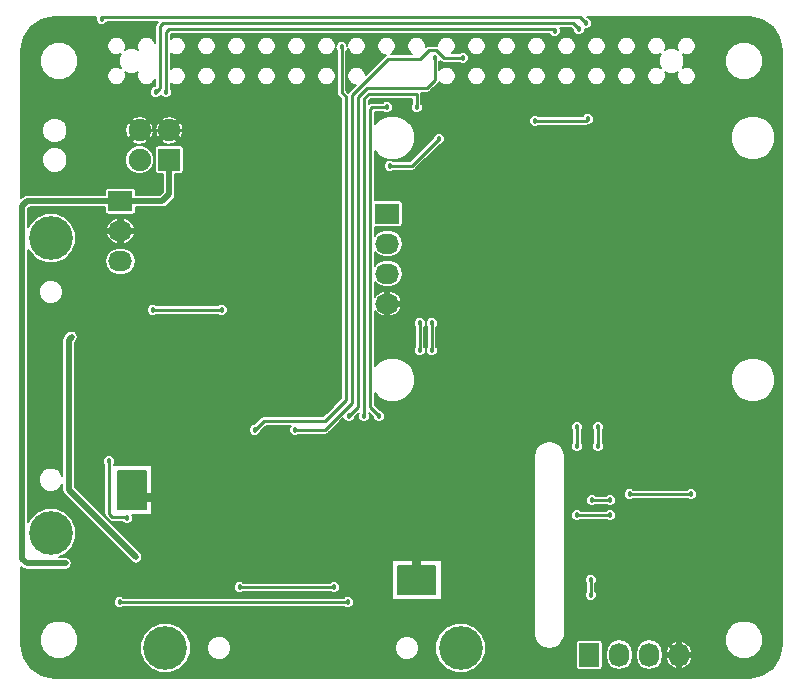
<source format=gbl>
G04 #@! TF.FileFunction,Copper,L2,Bot,Signal*
%FSLAX46Y46*%
G04 Gerber Fmt 4.6, Leading zero omitted, Abs format (unit mm)*
G04 Created by KiCad (PCBNEW (2016-03-06 BZR 6610)-product) date 2016 August 04, Thursday 19:48:28*
%MOMM*%
G01*
G04 APERTURE LIST*
%ADD10C,0.100000*%
%ADD11R,1.900000X1.900000*%
%ADD12C,1.900000*%
%ADD13R,2.032000X1.727200*%
%ADD14O,2.032000X1.727200*%
%ADD15C,3.700000*%
%ADD16R,1.727200X2.032000*%
%ADD17O,1.727200X2.032000*%
%ADD18C,0.457200*%
%ADD19C,0.254000*%
%ADD20C,0.508000*%
%ADD21C,0.152400*%
G04 APERTURE END LIST*
D10*
D11*
X130315000Y-84125000D03*
D12*
X130315000Y-81625000D03*
X127815000Y-84125000D03*
X127815000Y-81625000D03*
D13*
X148800000Y-88690000D03*
D14*
X148800000Y-91230000D03*
X148800000Y-93770000D03*
X148800000Y-96310000D03*
D13*
X126200000Y-87610000D03*
D14*
X126200000Y-90150000D03*
X126200000Y-92690000D03*
D15*
X120300000Y-115745000D03*
X120300000Y-90755000D03*
X154995000Y-125450000D03*
X130005000Y-125450000D03*
D16*
X165875000Y-126035000D03*
D17*
X168415000Y-126035000D03*
X170955000Y-126035000D03*
X173495000Y-126035000D03*
D18*
X125235000Y-124892000D03*
X142507000Y-123749000D03*
X153937000Y-122225000D03*
X152413000Y-122860000D03*
X169304000Y-115240000D03*
X171590000Y-111430000D03*
X174384000Y-114097000D03*
X173495000Y-117145000D03*
X128664000Y-112700000D03*
X151270000Y-118161000D03*
X153175000Y-115240000D03*
X167399000Y-73076000D03*
X162319000Y-73711000D03*
X149746000Y-73711000D03*
X142126000Y-73711000D03*
X132093000Y-73711000D03*
X174130000Y-79680000D03*
X159398000Y-89840000D03*
X154572000Y-89840000D03*
X153175000Y-85649000D03*
X160795000Y-86792000D03*
X141491000Y-103175000D03*
X141491000Y-105080000D03*
X139205000Y-92634000D03*
X130569000Y-94285000D03*
X132220000Y-90094000D03*
X126632000Y-101651000D03*
X127140000Y-99365000D03*
X156350000Y-79680000D03*
X136030000Y-79680000D03*
X136919000Y-102540000D03*
X122568000Y-103302000D03*
X128664000Y-114605000D03*
X123965000Y-110795000D03*
X137935000Y-119050000D03*
X140856000Y-119685000D03*
X168542000Y-121082000D03*
X170193000Y-121082000D03*
X148095000Y-105842000D03*
X148730000Y-79680000D03*
X151270000Y-79680000D03*
X146825000Y-105842000D03*
X151524000Y-97968000D03*
X151524000Y-100254000D03*
X124600000Y-72187000D03*
X165748000Y-80696000D03*
X161303000Y-80823000D03*
X165621000Y-72568000D03*
X153175000Y-82347000D03*
X148984000Y-84633000D03*
X144285000Y-120320000D03*
X136284000Y-120320000D03*
X126124000Y-121590000D03*
X145428000Y-121590000D03*
X144920000Y-74600000D03*
X137554000Y-106985000D03*
X155207000Y-75489000D03*
X140983000Y-106985000D03*
X125235000Y-109652000D03*
X126759000Y-114478000D03*
X164859000Y-108382000D03*
X164859000Y-106731000D03*
X166002000Y-120955000D03*
X166002000Y-119685000D03*
X167653000Y-114224000D03*
X164859000Y-114224000D03*
X130061000Y-78410000D03*
X162954000Y-73203000D03*
X166637000Y-108382000D03*
X166637000Y-106731000D03*
X167653000Y-112954000D03*
X166129000Y-112954000D03*
X164986000Y-73076000D03*
X129172000Y-78410000D03*
X174511000Y-112446000D03*
X169304000Y-112446000D03*
X152540000Y-97968000D03*
X152540000Y-100254000D03*
X152794000Y-75489000D03*
X145555000Y-105842000D03*
X127521000Y-117780000D03*
X122060000Y-99111000D03*
X134760000Y-96825000D03*
X128918000Y-96825000D03*
X121552000Y-118288000D03*
D19*
X141618000Y-122860000D02*
X142507000Y-123749000D01*
X127267000Y-122860000D02*
X141618000Y-122860000D01*
X125235000Y-124892000D02*
X127267000Y-122860000D01*
X142507000Y-123749000D02*
X151524000Y-123749000D01*
X151524000Y-123749000D02*
X152413000Y-122860000D01*
X153048000Y-122225000D02*
X153937000Y-122225000D01*
X152413000Y-122860000D02*
X153048000Y-122225000D01*
X130315000Y-81625000D02*
X132220000Y-81625000D01*
X132220000Y-81625000D02*
X132220000Y-81585000D01*
X127815000Y-81625000D02*
X130315000Y-81625000D01*
D20*
X122568000Y-103302000D02*
X124981000Y-103302000D01*
X124981000Y-103302000D02*
X126632000Y-101651000D01*
X123965000Y-110795000D02*
X123965000Y-104318000D01*
X123965000Y-104318000D02*
X126632000Y-101651000D01*
D19*
X169304000Y-115240000D02*
X173495000Y-115240000D01*
X173495000Y-115240000D02*
X173495000Y-115367000D01*
X175400000Y-113081000D02*
X174384000Y-114097000D01*
X175400000Y-111557000D02*
X175400000Y-113081000D01*
X175146000Y-111303000D02*
X175400000Y-111557000D01*
X171717000Y-111303000D02*
X175146000Y-111303000D01*
X171590000Y-111430000D02*
X171717000Y-111303000D01*
X170193000Y-121082000D02*
X170193000Y-116002000D01*
X170193000Y-116002000D02*
X173495000Y-116002000D01*
X173495000Y-116002000D02*
X173368000Y-116002000D01*
X173368000Y-116002000D02*
X173495000Y-116002000D01*
X174384000Y-114097000D02*
X173495000Y-114986000D01*
X173495000Y-114986000D02*
X173495000Y-115367000D01*
X173495000Y-115367000D02*
X173495000Y-116002000D01*
X173495000Y-116002000D02*
X173495000Y-117145000D01*
X128664000Y-112700000D02*
X129172000Y-112700000D01*
X129172000Y-114605000D02*
X128664000Y-114605000D01*
X129299000Y-114478000D02*
X129172000Y-114605000D01*
X129299000Y-112827000D02*
X129299000Y-114478000D01*
X129172000Y-112700000D02*
X129299000Y-112827000D01*
X151270000Y-118161000D02*
X151270000Y-115240000D01*
X151270000Y-115240000D02*
X151270000Y-115113000D01*
X151270000Y-115113000D02*
X151270000Y-115240000D01*
X153175000Y-115240000D02*
X151270000Y-115240000D01*
X146698000Y-117272000D02*
X146698000Y-119685000D01*
X140856000Y-119685000D02*
X146698000Y-119685000D01*
X151270000Y-115240000D02*
X148730000Y-115240000D01*
X148730000Y-115240000D02*
X146698000Y-117272000D01*
X136030000Y-79680000D02*
X137173000Y-78537000D01*
X137173000Y-73965000D02*
X137554000Y-73584000D01*
X137173000Y-78537000D02*
X137173000Y-73965000D01*
X156350000Y-79680000D02*
X156350000Y-79426000D01*
X157493000Y-78283000D02*
X157493000Y-73584000D01*
X156350000Y-79426000D02*
X157493000Y-78283000D01*
X167399000Y-73076000D02*
X174638000Y-73076000D01*
X174638000Y-73076000D02*
X175273000Y-73711000D01*
X162319000Y-73711000D02*
X162573000Y-73965000D01*
X166510000Y-73076000D02*
X167399000Y-73076000D01*
X165621000Y-73965000D02*
X166510000Y-73076000D01*
X164859000Y-73965000D02*
X165621000Y-73965000D01*
X164478000Y-73584000D02*
X164859000Y-73965000D01*
X163462000Y-73584000D02*
X164478000Y-73584000D01*
X163081000Y-73965000D02*
X163462000Y-73584000D01*
X162573000Y-73965000D02*
X163081000Y-73965000D01*
X149746000Y-73711000D02*
X149873000Y-73711000D01*
X149873000Y-73711000D02*
X150000000Y-73584000D01*
X150000000Y-73584000D02*
X157493000Y-73584000D01*
X162192000Y-73584000D02*
X162319000Y-73711000D01*
X157493000Y-73584000D02*
X162192000Y-73584000D01*
X142126000Y-73711000D02*
X142253000Y-73711000D01*
X149619000Y-73584000D02*
X149746000Y-73711000D01*
X142380000Y-73584000D02*
X149619000Y-73584000D01*
X142253000Y-73711000D02*
X142380000Y-73584000D01*
X134887000Y-73584000D02*
X137554000Y-73584000D01*
X137554000Y-73584000D02*
X141999000Y-73584000D01*
X141999000Y-73584000D02*
X142126000Y-73711000D01*
X132220000Y-73584000D02*
X134887000Y-73584000D01*
X134887000Y-73584000D02*
X135014000Y-73584000D01*
X132093000Y-73711000D02*
X132220000Y-73584000D01*
X170193000Y-121082000D02*
X170193000Y-122733000D01*
X170193000Y-122733000D02*
X173495000Y-126035000D01*
X175273000Y-73711000D02*
X175273000Y-79299000D01*
X174892000Y-79680000D02*
X174130000Y-79680000D01*
X175273000Y-79299000D02*
X174892000Y-79680000D01*
X132220000Y-80442000D02*
X135268000Y-80442000D01*
X132220000Y-81585000D02*
X132220000Y-80442000D01*
X135268000Y-80442000D02*
X136030000Y-79680000D01*
X156350000Y-79680000D02*
X156350000Y-86157000D01*
X156350000Y-86157000D02*
X155715000Y-86792000D01*
X159398000Y-89840000D02*
X159398000Y-86792000D01*
X159398000Y-86792000D02*
X159398000Y-86919000D01*
X159398000Y-86919000D02*
X159398000Y-86792000D01*
X154445000Y-89713000D02*
X154445000Y-86792000D01*
X154572000Y-89840000D02*
X154445000Y-89713000D01*
X153175000Y-85649000D02*
X154318000Y-86792000D01*
X154318000Y-86792000D02*
X154445000Y-86792000D01*
X159398000Y-86792000D02*
X160795000Y-86792000D01*
X154445000Y-86792000D02*
X155715000Y-86792000D01*
X155715000Y-86792000D02*
X159398000Y-86792000D01*
X141491000Y-103175000D02*
X139586000Y-103175000D01*
X138951000Y-102540000D02*
X136919000Y-102540000D01*
X141491000Y-105080000D02*
X139586000Y-103175000D01*
X139586000Y-103175000D02*
X138951000Y-102540000D01*
X136919000Y-102540000D02*
X136919000Y-94793000D01*
X136919000Y-94793000D02*
X137427000Y-94285000D01*
X132220000Y-90094000D02*
X132220000Y-81585000D01*
X130569000Y-94285000D02*
X137427000Y-94285000D01*
X137427000Y-94285000D02*
X137554000Y-94285000D01*
X137554000Y-94285000D02*
X139205000Y-92634000D01*
X127140000Y-99365000D02*
X127140000Y-94666000D01*
X127521000Y-94285000D02*
X130569000Y-94285000D01*
X127140000Y-94666000D02*
X127521000Y-94285000D01*
X130569000Y-94285000D02*
X130569000Y-90150000D01*
X130569000Y-90150000D02*
X130569000Y-90094000D01*
X130569000Y-90094000D02*
X130569000Y-90150000D01*
X132220000Y-90094000D02*
X132164000Y-90150000D01*
X132164000Y-90150000D02*
X130569000Y-90150000D01*
X130569000Y-90150000D02*
X126200000Y-90150000D01*
X127140000Y-101143000D02*
X127140000Y-99365000D01*
X126632000Y-101651000D02*
X127140000Y-101143000D01*
X128664000Y-114605000D02*
X128664000Y-118669000D01*
X129045000Y-119050000D02*
X137935000Y-119050000D01*
X128664000Y-118669000D02*
X129045000Y-119050000D01*
X140856000Y-119304000D02*
X140856000Y-119685000D01*
X137935000Y-119050000D02*
X140602000Y-119050000D01*
X140602000Y-119050000D02*
X140856000Y-119304000D01*
X168542000Y-121082000D02*
X170193000Y-121082000D01*
X147333000Y-80950000D02*
X147333000Y-79807000D01*
X147460000Y-79680000D02*
X148730000Y-79680000D01*
X147333000Y-79807000D02*
X147460000Y-79680000D01*
X148095000Y-105842000D02*
X147333000Y-105080000D01*
X147333000Y-105080000D02*
X147333000Y-80950000D01*
X146825000Y-79807000D02*
X146825000Y-78918000D01*
X147206000Y-78537000D02*
X148095000Y-78537000D01*
X146825000Y-78918000D02*
X147206000Y-78537000D01*
X146825000Y-80188000D02*
X146825000Y-79807000D01*
X148095000Y-78537000D02*
X151270000Y-78537000D01*
X151270000Y-78537000D02*
X151270000Y-79680000D01*
X146825000Y-80442000D02*
X146825000Y-80188000D01*
X146825000Y-105842000D02*
X146825000Y-80442000D01*
X151524000Y-97968000D02*
X151524000Y-100254000D01*
X124727000Y-72060000D02*
X125235000Y-72060000D01*
X124600000Y-72187000D02*
X124727000Y-72060000D01*
X165748000Y-80696000D02*
X165621000Y-80823000D01*
X165621000Y-80823000D02*
X161303000Y-80823000D01*
X165113000Y-72060000D02*
X165621000Y-72568000D01*
X159779000Y-72060000D02*
X165113000Y-72060000D01*
X144793000Y-72060000D02*
X135014000Y-72060000D01*
X125235000Y-72060000D02*
X135014000Y-72060000D01*
X159779000Y-72060000D02*
X144793000Y-72060000D01*
X150889000Y-84633000D02*
X153175000Y-82347000D01*
X148984000Y-84633000D02*
X150889000Y-84633000D01*
X136284000Y-120320000D02*
X144285000Y-120320000D01*
X126124000Y-121590000D02*
X130188000Y-121590000D01*
X130188000Y-121590000D02*
X145428000Y-121590000D01*
X144031000Y-105715000D02*
X145301000Y-104445000D01*
X144920000Y-78410000D02*
X144920000Y-77013000D01*
X145301000Y-78791000D02*
X144920000Y-78410000D01*
X145301000Y-102540000D02*
X145301000Y-78791000D01*
X145301000Y-104445000D02*
X145301000Y-102540000D01*
X144920000Y-77013000D02*
X144920000Y-74600000D01*
X143523000Y-106223000D02*
X144031000Y-105715000D01*
X138316000Y-106223000D02*
X143523000Y-106223000D01*
X137554000Y-106985000D02*
X138316000Y-106223000D01*
X151587500Y-75552500D02*
X148920500Y-75552500D01*
X148920500Y-75552500D02*
X148857000Y-75616000D01*
X144793000Y-105715000D02*
X143904000Y-106604000D01*
X143904000Y-106604000D02*
X143523000Y-106985000D01*
X144793000Y-105715000D02*
X145809000Y-104699000D01*
X145809000Y-97587000D02*
X145809000Y-78664000D01*
X145809000Y-104699000D02*
X145809000Y-97587000D01*
X145809000Y-78664000D02*
X145809000Y-78791000D01*
X145809000Y-78791000D02*
X145809000Y-78664000D01*
X153556000Y-75489000D02*
X155207000Y-75489000D01*
X152921000Y-74854000D02*
X153556000Y-75489000D01*
X152286000Y-74854000D02*
X152921000Y-74854000D01*
X151587500Y-75552500D02*
X152286000Y-74854000D01*
X140983000Y-106985000D02*
X143523000Y-106985000D01*
X145809000Y-78664000D02*
X148857000Y-75616000D01*
X125235000Y-112446000D02*
X125235000Y-114097000D01*
X125235000Y-109652000D02*
X125235000Y-112446000D01*
X126632000Y-114351000D02*
X126759000Y-114478000D01*
X125489000Y-114351000D02*
X126632000Y-114351000D01*
X125235000Y-114097000D02*
X125489000Y-114351000D01*
X164859000Y-108382000D02*
X164859000Y-106731000D01*
X166002000Y-119685000D02*
X166002000Y-120955000D01*
X164859000Y-114224000D02*
X167653000Y-114224000D01*
X159779000Y-73076000D02*
X144793000Y-73076000D01*
X144793000Y-73076000D02*
X134887000Y-73076000D01*
X130061000Y-78410000D02*
X130061000Y-73330000D01*
X130061000Y-73330000D02*
X130315000Y-73076000D01*
X130315000Y-73076000D02*
X134887000Y-73076000D01*
X159779000Y-73076000D02*
X162573000Y-73076000D01*
X162827000Y-73076000D02*
X162954000Y-73203000D01*
X162573000Y-73076000D02*
X162827000Y-73076000D01*
X129172000Y-78410000D02*
X129553000Y-78029000D01*
X129553000Y-72822000D02*
X129807000Y-72568000D01*
X129553000Y-78029000D02*
X129553000Y-72822000D01*
X166637000Y-108382000D02*
X166637000Y-106731000D01*
X166129000Y-112954000D02*
X167653000Y-112954000D01*
X164478000Y-72568000D02*
X164986000Y-73076000D01*
X159779000Y-72568000D02*
X144920000Y-72568000D01*
X144920000Y-72568000D02*
X134760000Y-72568000D01*
X159779000Y-72568000D02*
X164478000Y-72568000D01*
X129807000Y-72568000D02*
X134760000Y-72568000D01*
X134760000Y-72568000D02*
X134887000Y-72568000D01*
X169304000Y-112446000D02*
X174511000Y-112446000D01*
X152540000Y-97968000D02*
X152540000Y-100254000D01*
X145555000Y-105842000D02*
X146317000Y-105080000D01*
X146317000Y-88189000D02*
X146317000Y-78791000D01*
X146317000Y-99238000D02*
X146317000Y-88189000D01*
X146317000Y-105080000D02*
X146317000Y-99238000D01*
X146317000Y-78791000D02*
X146317000Y-78918000D01*
X146317000Y-78918000D02*
X146317000Y-78791000D01*
X146317000Y-78791000D02*
X147079000Y-78029000D01*
X147079000Y-78029000D02*
X152159000Y-78029000D01*
X152159000Y-78029000D02*
X152794000Y-77394000D01*
X152794000Y-77394000D02*
X152794000Y-75870000D01*
X152794000Y-75489000D02*
X152794000Y-75870000D01*
D20*
X121806000Y-110795000D02*
X121806000Y-112065000D01*
X127521000Y-117780000D02*
X122504500Y-112763500D01*
X121806000Y-99365000D02*
X121806000Y-104953000D01*
X121806000Y-104953000D02*
X121806000Y-110795000D01*
X122060000Y-99111000D02*
X121806000Y-99365000D01*
X121806000Y-112065000D02*
X122504500Y-112763500D01*
D19*
X128918000Y-96825000D02*
X134760000Y-96825000D01*
D20*
X126200000Y-87610000D02*
X118321000Y-87610000D01*
X117869000Y-88062000D02*
X118321000Y-87610000D01*
X117869000Y-117907000D02*
X117869000Y-88062000D01*
X118250000Y-118288000D02*
X117869000Y-117907000D01*
X118250000Y-118288000D02*
X121552000Y-118288000D01*
X126200000Y-87610000D02*
X129751000Y-87610000D01*
X130315000Y-87046000D02*
X130315000Y-84125000D01*
X129751000Y-87610000D02*
X130315000Y-87046000D01*
D21*
G36*
X124095287Y-72086148D02*
X124095112Y-72286970D01*
X124171802Y-72472573D01*
X124313680Y-72614699D01*
X124499148Y-72691713D01*
X124699970Y-72691888D01*
X124885573Y-72615198D01*
X125027699Y-72473320D01*
X125031901Y-72463200D01*
X129341590Y-72463200D01*
X129267895Y-72536895D01*
X129180492Y-72667702D01*
X129149800Y-72822000D01*
X129149800Y-74237861D01*
X129068414Y-74040892D01*
X128850256Y-73822353D01*
X128565073Y-73703935D01*
X128256282Y-73703665D01*
X127970892Y-73821586D01*
X127752353Y-74039744D01*
X127633935Y-74324927D01*
X127633665Y-74633718D01*
X127711461Y-74821999D01*
X127355009Y-74673987D01*
X126926870Y-74673614D01*
X126568591Y-74821651D01*
X126646065Y-74635073D01*
X126646335Y-74326282D01*
X126528414Y-74040892D01*
X126310256Y-73822353D01*
X126025073Y-73703935D01*
X125716282Y-73703665D01*
X125430892Y-73821586D01*
X125212353Y-74039744D01*
X125093935Y-74324927D01*
X125093665Y-74633718D01*
X125211586Y-74919108D01*
X125429744Y-75137647D01*
X125714927Y-75256065D01*
X126023718Y-75256335D01*
X126211999Y-75178539D01*
X126063987Y-75534991D01*
X126063614Y-75963130D01*
X126211651Y-76321409D01*
X126025073Y-76243935D01*
X125716282Y-76243665D01*
X125430892Y-76361586D01*
X125212353Y-76579744D01*
X125093935Y-76864927D01*
X125093665Y-77173718D01*
X125211586Y-77459108D01*
X125429744Y-77677647D01*
X125714927Y-77796065D01*
X126023718Y-77796335D01*
X126309108Y-77678414D01*
X126527647Y-77460256D01*
X126646065Y-77175073D01*
X126646335Y-76866282D01*
X126568539Y-76678001D01*
X126924991Y-76826013D01*
X127353130Y-76826386D01*
X127711409Y-76678349D01*
X127633935Y-76864927D01*
X127633665Y-77173718D01*
X127751586Y-77459108D01*
X127969744Y-77677647D01*
X128254927Y-77796065D01*
X128563718Y-77796335D01*
X128849108Y-77678414D01*
X129067647Y-77460256D01*
X129149800Y-77262409D01*
X129149800Y-77861989D01*
X129106647Y-77905142D01*
X129072030Y-77905112D01*
X128886427Y-77981802D01*
X128744301Y-78123680D01*
X128667287Y-78309148D01*
X128667112Y-78509970D01*
X128743802Y-78695573D01*
X128885680Y-78837699D01*
X129071148Y-78914713D01*
X129271970Y-78914888D01*
X129457573Y-78838198D01*
X129599699Y-78696320D01*
X129616446Y-78655989D01*
X129632802Y-78695573D01*
X129774680Y-78837699D01*
X129960148Y-78914713D01*
X130160970Y-78914888D01*
X130346573Y-78838198D01*
X130488699Y-78696320D01*
X130565713Y-78510852D01*
X130565888Y-78310030D01*
X130489198Y-78124427D01*
X130464200Y-78099385D01*
X130464200Y-77632023D01*
X130509744Y-77677647D01*
X130794927Y-77796065D01*
X131103718Y-77796335D01*
X131389108Y-77678414D01*
X131607647Y-77460256D01*
X131726065Y-77175073D01*
X131726066Y-77173718D01*
X132713665Y-77173718D01*
X132831586Y-77459108D01*
X133049744Y-77677647D01*
X133334927Y-77796065D01*
X133643718Y-77796335D01*
X133929108Y-77678414D01*
X134147647Y-77460256D01*
X134266065Y-77175073D01*
X134266066Y-77173718D01*
X135253665Y-77173718D01*
X135371586Y-77459108D01*
X135589744Y-77677647D01*
X135874927Y-77796065D01*
X136183718Y-77796335D01*
X136469108Y-77678414D01*
X136687647Y-77460256D01*
X136806065Y-77175073D01*
X136806066Y-77173718D01*
X137793665Y-77173718D01*
X137911586Y-77459108D01*
X138129744Y-77677647D01*
X138414927Y-77796065D01*
X138723718Y-77796335D01*
X139009108Y-77678414D01*
X139227647Y-77460256D01*
X139346065Y-77175073D01*
X139346066Y-77173718D01*
X140333665Y-77173718D01*
X140451586Y-77459108D01*
X140669744Y-77677647D01*
X140954927Y-77796065D01*
X141263718Y-77796335D01*
X141549108Y-77678414D01*
X141767647Y-77460256D01*
X141886065Y-77175073D01*
X141886066Y-77173718D01*
X142873665Y-77173718D01*
X142991586Y-77459108D01*
X143209744Y-77677647D01*
X143494927Y-77796065D01*
X143803718Y-77796335D01*
X144089108Y-77678414D01*
X144307647Y-77460256D01*
X144426065Y-77175073D01*
X144426335Y-76866282D01*
X144308414Y-76580892D01*
X144090256Y-76362353D01*
X143805073Y-76243935D01*
X143496282Y-76243665D01*
X143210892Y-76361586D01*
X142992353Y-76579744D01*
X142873935Y-76864927D01*
X142873665Y-77173718D01*
X141886066Y-77173718D01*
X141886335Y-76866282D01*
X141768414Y-76580892D01*
X141550256Y-76362353D01*
X141265073Y-76243935D01*
X140956282Y-76243665D01*
X140670892Y-76361586D01*
X140452353Y-76579744D01*
X140333935Y-76864927D01*
X140333665Y-77173718D01*
X139346066Y-77173718D01*
X139346335Y-76866282D01*
X139228414Y-76580892D01*
X139010256Y-76362353D01*
X138725073Y-76243935D01*
X138416282Y-76243665D01*
X138130892Y-76361586D01*
X137912353Y-76579744D01*
X137793935Y-76864927D01*
X137793665Y-77173718D01*
X136806066Y-77173718D01*
X136806335Y-76866282D01*
X136688414Y-76580892D01*
X136470256Y-76362353D01*
X136185073Y-76243935D01*
X135876282Y-76243665D01*
X135590892Y-76361586D01*
X135372353Y-76579744D01*
X135253935Y-76864927D01*
X135253665Y-77173718D01*
X134266066Y-77173718D01*
X134266335Y-76866282D01*
X134148414Y-76580892D01*
X133930256Y-76362353D01*
X133645073Y-76243935D01*
X133336282Y-76243665D01*
X133050892Y-76361586D01*
X132832353Y-76579744D01*
X132713935Y-76864927D01*
X132713665Y-77173718D01*
X131726066Y-77173718D01*
X131726335Y-76866282D01*
X131608414Y-76580892D01*
X131390256Y-76362353D01*
X131105073Y-76243935D01*
X130796282Y-76243665D01*
X130510892Y-76361586D01*
X130464200Y-76408197D01*
X130464200Y-75092023D01*
X130509744Y-75137647D01*
X130794927Y-75256065D01*
X131103718Y-75256335D01*
X131389108Y-75138414D01*
X131607647Y-74920256D01*
X131726065Y-74635073D01*
X131726066Y-74633718D01*
X132713665Y-74633718D01*
X132831586Y-74919108D01*
X133049744Y-75137647D01*
X133334927Y-75256065D01*
X133643718Y-75256335D01*
X133929108Y-75138414D01*
X134147647Y-74920256D01*
X134266065Y-74635073D01*
X134266066Y-74633718D01*
X135253665Y-74633718D01*
X135371586Y-74919108D01*
X135589744Y-75137647D01*
X135874927Y-75256065D01*
X136183718Y-75256335D01*
X136469108Y-75138414D01*
X136687647Y-74920256D01*
X136806065Y-74635073D01*
X136806066Y-74633718D01*
X137793665Y-74633718D01*
X137911586Y-74919108D01*
X138129744Y-75137647D01*
X138414927Y-75256065D01*
X138723718Y-75256335D01*
X139009108Y-75138414D01*
X139227647Y-74920256D01*
X139346065Y-74635073D01*
X139346066Y-74633718D01*
X140333665Y-74633718D01*
X140451586Y-74919108D01*
X140669744Y-75137647D01*
X140954927Y-75256065D01*
X141263718Y-75256335D01*
X141549108Y-75138414D01*
X141767647Y-74920256D01*
X141886065Y-74635073D01*
X141886335Y-74326282D01*
X141768414Y-74040892D01*
X141550256Y-73822353D01*
X141265073Y-73703935D01*
X140956282Y-73703665D01*
X140670892Y-73821586D01*
X140452353Y-74039744D01*
X140333935Y-74324927D01*
X140333665Y-74633718D01*
X139346066Y-74633718D01*
X139346335Y-74326282D01*
X139228414Y-74040892D01*
X139010256Y-73822353D01*
X138725073Y-73703935D01*
X138416282Y-73703665D01*
X138130892Y-73821586D01*
X137912353Y-74039744D01*
X137793935Y-74324927D01*
X137793665Y-74633718D01*
X136806066Y-74633718D01*
X136806335Y-74326282D01*
X136688414Y-74040892D01*
X136470256Y-73822353D01*
X136185073Y-73703935D01*
X135876282Y-73703665D01*
X135590892Y-73821586D01*
X135372353Y-74039744D01*
X135253935Y-74324927D01*
X135253665Y-74633718D01*
X134266066Y-74633718D01*
X134266335Y-74326282D01*
X134148414Y-74040892D01*
X133930256Y-73822353D01*
X133645073Y-73703935D01*
X133336282Y-73703665D01*
X133050892Y-73821586D01*
X132832353Y-74039744D01*
X132713935Y-74324927D01*
X132713665Y-74633718D01*
X131726066Y-74633718D01*
X131726335Y-74326282D01*
X131608414Y-74040892D01*
X131390256Y-73822353D01*
X131105073Y-73703935D01*
X130796282Y-73703665D01*
X130510892Y-73821586D01*
X130464200Y-73868197D01*
X130464200Y-73497010D01*
X130482011Y-73479200D01*
X162521929Y-73479200D01*
X162525802Y-73488573D01*
X162667680Y-73630699D01*
X162853148Y-73707713D01*
X163053970Y-73707888D01*
X163239573Y-73631198D01*
X163381699Y-73489320D01*
X163458713Y-73303852D01*
X163458888Y-73103030D01*
X163404417Y-72971200D01*
X164310990Y-72971200D01*
X164481142Y-73141353D01*
X164481112Y-73175970D01*
X164557802Y-73361573D01*
X164699680Y-73503699D01*
X164885148Y-73580713D01*
X165085970Y-73580888D01*
X165271573Y-73504198D01*
X165413699Y-73362320D01*
X165490713Y-73176852D01*
X165490814Y-73060532D01*
X165520148Y-73072713D01*
X165720970Y-73072888D01*
X165906573Y-72996198D01*
X166048699Y-72854320D01*
X166125713Y-72668852D01*
X166125888Y-72468030D01*
X166049198Y-72282427D01*
X165907320Y-72140301D01*
X165721852Y-72063287D01*
X165686467Y-72063256D01*
X165674411Y-72051200D01*
X179470332Y-72051200D01*
X180530527Y-72262086D01*
X181404165Y-72845832D01*
X181987914Y-73719473D01*
X182198800Y-74779664D01*
X182198800Y-125220336D01*
X181987914Y-126280527D01*
X181404165Y-127154168D01*
X180530527Y-127737914D01*
X179470332Y-127948800D01*
X120529664Y-127948800D01*
X119469473Y-127737914D01*
X118595832Y-127154165D01*
X118012086Y-126280527D01*
X117801200Y-125220332D01*
X117801200Y-125072052D01*
X119373518Y-125072052D01*
X119620571Y-125669965D01*
X120077629Y-126127821D01*
X120675110Y-126375917D01*
X121322052Y-126376482D01*
X121919965Y-126129429D01*
X122178773Y-125871072D01*
X127878431Y-125871072D01*
X128201444Y-126652822D01*
X128799032Y-127251454D01*
X129580217Y-127575830D01*
X130426072Y-127576569D01*
X131207822Y-127253556D01*
X131806454Y-126655968D01*
X132130830Y-125874783D01*
X132131023Y-125653228D01*
X133523623Y-125653228D01*
X133679523Y-126030536D01*
X133967946Y-126319462D01*
X134344981Y-126476021D01*
X134753228Y-126476377D01*
X135130536Y-126320477D01*
X135419462Y-126032054D01*
X135576021Y-125655019D01*
X135576022Y-125653228D01*
X149423623Y-125653228D01*
X149579523Y-126030536D01*
X149867946Y-126319462D01*
X150244981Y-126476021D01*
X150653228Y-126476377D01*
X151030536Y-126320477D01*
X151319462Y-126032054D01*
X151386307Y-125871072D01*
X152868431Y-125871072D01*
X153191444Y-126652822D01*
X153789032Y-127251454D01*
X154570217Y-127575830D01*
X155416072Y-127576569D01*
X156197822Y-127253556D01*
X156796454Y-126655968D01*
X157120830Y-125874783D01*
X157121569Y-125028928D01*
X156798556Y-124247178D01*
X156200968Y-123648546D01*
X155419783Y-123324170D01*
X154573928Y-123323431D01*
X153792178Y-123646444D01*
X153193546Y-124244032D01*
X152869170Y-125025217D01*
X152868431Y-125871072D01*
X151386307Y-125871072D01*
X151476021Y-125655019D01*
X151476377Y-125246772D01*
X151320477Y-124869464D01*
X151032054Y-124580538D01*
X150655019Y-124423979D01*
X150246772Y-124423623D01*
X149869464Y-124579523D01*
X149580538Y-124867946D01*
X149423979Y-125244981D01*
X149423623Y-125653228D01*
X135576022Y-125653228D01*
X135576377Y-125246772D01*
X135420477Y-124869464D01*
X135132054Y-124580538D01*
X134755019Y-124423979D01*
X134346772Y-124423623D01*
X133969464Y-124579523D01*
X133680538Y-124867946D01*
X133523979Y-125244981D01*
X133523623Y-125653228D01*
X132131023Y-125653228D01*
X132131569Y-125028928D01*
X131808556Y-124247178D01*
X131210968Y-123648546D01*
X130429783Y-123324170D01*
X129583928Y-123323431D01*
X128802178Y-123646444D01*
X128203546Y-124244032D01*
X127879170Y-125025217D01*
X127878431Y-125871072D01*
X122178773Y-125871072D01*
X122377821Y-125672371D01*
X122625917Y-125074890D01*
X122626482Y-124427948D01*
X122379429Y-123830035D01*
X121922371Y-123372179D01*
X121324890Y-123124083D01*
X120677948Y-123123518D01*
X120080035Y-123370571D01*
X119622179Y-123827629D01*
X119374083Y-124425110D01*
X119373518Y-125072052D01*
X117801200Y-125072052D01*
X117801200Y-121689970D01*
X125619112Y-121689970D01*
X125695802Y-121875573D01*
X125837680Y-122017699D01*
X126023148Y-122094713D01*
X126223970Y-122094888D01*
X126409573Y-122018198D01*
X126434615Y-121993200D01*
X145117224Y-121993200D01*
X145141680Y-122017699D01*
X145327148Y-122094713D01*
X145527970Y-122094888D01*
X145713573Y-122018198D01*
X145855699Y-121876320D01*
X145932713Y-121690852D01*
X145932888Y-121490030D01*
X145856198Y-121304427D01*
X145714320Y-121162301D01*
X145528852Y-121085287D01*
X145328030Y-121085112D01*
X145142427Y-121161802D01*
X145117385Y-121186800D01*
X126434776Y-121186800D01*
X126410320Y-121162301D01*
X126224852Y-121085287D01*
X126024030Y-121085112D01*
X125838427Y-121161802D01*
X125696301Y-121303680D01*
X125619287Y-121489148D01*
X125619112Y-121689970D01*
X117801200Y-121689970D01*
X117801200Y-120419970D01*
X135779112Y-120419970D01*
X135855802Y-120605573D01*
X135997680Y-120747699D01*
X136183148Y-120824713D01*
X136383970Y-120824888D01*
X136569573Y-120748198D01*
X136594615Y-120723200D01*
X143974224Y-120723200D01*
X143998680Y-120747699D01*
X144184148Y-120824713D01*
X144384970Y-120824888D01*
X144570573Y-120748198D01*
X144712699Y-120606320D01*
X144789713Y-120420852D01*
X144789888Y-120220030D01*
X144713198Y-120034427D01*
X144571320Y-119892301D01*
X144385852Y-119815287D01*
X144185030Y-119815112D01*
X143999427Y-119891802D01*
X143974385Y-119916800D01*
X136594776Y-119916800D01*
X136570320Y-119892301D01*
X136384852Y-119815287D01*
X136184030Y-119815112D01*
X135998427Y-119891802D01*
X135856301Y-120033680D01*
X135779287Y-120219148D01*
X135779112Y-120419970D01*
X117801200Y-120419970D01*
X117801200Y-118589016D01*
X117875092Y-118662908D01*
X118047101Y-118777841D01*
X118250000Y-118818200D01*
X121552000Y-118818200D01*
X121754899Y-118777841D01*
X121926908Y-118662908D01*
X122041841Y-118490899D01*
X122082200Y-118288000D01*
X122041841Y-118085101D01*
X121926908Y-117913092D01*
X121754899Y-117798159D01*
X121552000Y-117757800D01*
X120996414Y-117757800D01*
X121502822Y-117548556D01*
X122101454Y-116950968D01*
X122425830Y-116169783D01*
X122426569Y-115323928D01*
X122103556Y-114542178D01*
X121505968Y-113943546D01*
X120724783Y-113619170D01*
X119878928Y-113618431D01*
X119097178Y-113941444D01*
X118498546Y-114539032D01*
X118399200Y-114778284D01*
X118399200Y-111403228D01*
X119273623Y-111403228D01*
X119429523Y-111780536D01*
X119717946Y-112069462D01*
X120094981Y-112226021D01*
X120503228Y-112226377D01*
X120880536Y-112070477D01*
X121169462Y-111782054D01*
X121275800Y-111525964D01*
X121275800Y-112065000D01*
X121316159Y-112267899D01*
X121431092Y-112439908D01*
X127146092Y-118154908D01*
X127318101Y-118269841D01*
X127521000Y-118310200D01*
X127723898Y-118269841D01*
X127895908Y-118154908D01*
X127976695Y-118034000D01*
X149161800Y-118034000D01*
X149161800Y-121336000D01*
X149167600Y-121365160D01*
X149184118Y-121389882D01*
X149208840Y-121406400D01*
X149238000Y-121412200D01*
X153302000Y-121412200D01*
X153331160Y-121406400D01*
X153355882Y-121389882D01*
X153372400Y-121365160D01*
X153378200Y-121336000D01*
X153378200Y-118034000D01*
X153372400Y-118004840D01*
X153355882Y-117980118D01*
X153331160Y-117963600D01*
X153302000Y-117957800D01*
X151651000Y-117957800D01*
X151621840Y-117963600D01*
X151597118Y-117980118D01*
X151580600Y-118004840D01*
X151574800Y-118034000D01*
X151574800Y-118415000D01*
X151580600Y-118444160D01*
X151597118Y-118468882D01*
X151621840Y-118485400D01*
X151651000Y-118491200D01*
X152844800Y-118491200D01*
X152844800Y-120878800D01*
X149695200Y-120878800D01*
X149695200Y-118491200D01*
X150889000Y-118491200D01*
X150918160Y-118485400D01*
X150942882Y-118468882D01*
X150959400Y-118444160D01*
X150965200Y-118415000D01*
X150965200Y-118034000D01*
X150959400Y-118004840D01*
X150942882Y-117980118D01*
X150918160Y-117963600D01*
X150889000Y-117957800D01*
X149238000Y-117957800D01*
X149208840Y-117963600D01*
X149184118Y-117980118D01*
X149167600Y-118004840D01*
X149161800Y-118034000D01*
X127976695Y-118034000D01*
X128010841Y-117982898D01*
X128051200Y-117780000D01*
X128010841Y-117577101D01*
X127895908Y-117405092D01*
X122336200Y-111845384D01*
X122336200Y-109751970D01*
X124730112Y-109751970D01*
X124806802Y-109937573D01*
X124831800Y-109962615D01*
X124831800Y-114097000D01*
X124850782Y-114192427D01*
X124862492Y-114251298D01*
X124949895Y-114382105D01*
X125203894Y-114636105D01*
X125334702Y-114723508D01*
X125489000Y-114754200D01*
X126326929Y-114754200D01*
X126330802Y-114763573D01*
X126472680Y-114905699D01*
X126658148Y-114982713D01*
X126858970Y-114982888D01*
X127044573Y-114906198D01*
X127186699Y-114764320D01*
X127263713Y-114578852D01*
X127263888Y-114378030D01*
X127187198Y-114192427D01*
X127168005Y-114173200D01*
X128791000Y-114173200D01*
X128820160Y-114167400D01*
X128844882Y-114150882D01*
X128861400Y-114126160D01*
X128867200Y-114097000D01*
X128867200Y-113081000D01*
X128861400Y-113051840D01*
X128844882Y-113027118D01*
X128820160Y-113010600D01*
X128791000Y-113004800D01*
X128410000Y-113004800D01*
X128380840Y-113010600D01*
X128356118Y-113027118D01*
X128339600Y-113051840D01*
X128333800Y-113081000D01*
X128333800Y-113639800D01*
X125946200Y-113639800D01*
X125946200Y-110490200D01*
X128333800Y-110490200D01*
X128333800Y-112319000D01*
X128339600Y-112348160D01*
X128356118Y-112372882D01*
X128380840Y-112389400D01*
X128410000Y-112395200D01*
X128791000Y-112395200D01*
X128820160Y-112389400D01*
X128844882Y-112372882D01*
X128861400Y-112348160D01*
X128867200Y-112319000D01*
X128867200Y-110033000D01*
X128861400Y-110003840D01*
X128844882Y-109979118D01*
X128820160Y-109962600D01*
X128791000Y-109956800D01*
X125644187Y-109956800D01*
X125662699Y-109938320D01*
X125739713Y-109752852D01*
X125739888Y-109552030D01*
X125663198Y-109366427D01*
X125546975Y-109250000D01*
X161198800Y-109250000D01*
X161198800Y-124250000D01*
X161204587Y-124279094D01*
X161204587Y-124308761D01*
X161280707Y-124691444D01*
X161280707Y-124691445D01*
X161325681Y-124800021D01*
X161542453Y-125124442D01*
X161542454Y-125124445D01*
X161625555Y-125207546D01*
X161949979Y-125424319D01*
X162058555Y-125469293D01*
X162058556Y-125469293D01*
X162441239Y-125545413D01*
X162558761Y-125545413D01*
X162941444Y-125469293D01*
X162941445Y-125469293D01*
X163050021Y-125424319D01*
X163374442Y-125207547D01*
X163374445Y-125207546D01*
X163457546Y-125124445D01*
X163528002Y-125019000D01*
X164729789Y-125019000D01*
X164729789Y-127051000D01*
X164751225Y-127158768D01*
X164812271Y-127250129D01*
X164903632Y-127311175D01*
X165011400Y-127332611D01*
X166738600Y-127332611D01*
X166846368Y-127311175D01*
X166937729Y-127250129D01*
X166998775Y-127158768D01*
X167020211Y-127051000D01*
X167020211Y-125857284D01*
X167275200Y-125857284D01*
X167275200Y-126212716D01*
X167361962Y-126648899D01*
X167609040Y-127018676D01*
X167978817Y-127265754D01*
X168415000Y-127352516D01*
X168851183Y-127265754D01*
X169220960Y-127018676D01*
X169468038Y-126648899D01*
X169554800Y-126212716D01*
X169554800Y-125857284D01*
X169815200Y-125857284D01*
X169815200Y-126212716D01*
X169901962Y-126648899D01*
X170149040Y-127018676D01*
X170518817Y-127265754D01*
X170955000Y-127352516D01*
X171391183Y-127265754D01*
X171760960Y-127018676D01*
X172008038Y-126648899D01*
X172061773Y-126378752D01*
X172423650Y-126378752D01*
X172578429Y-126774174D01*
X172872748Y-127080265D01*
X173155039Y-127222818D01*
X173321200Y-127205928D01*
X173321200Y-126208800D01*
X173668800Y-126208800D01*
X173668800Y-127205928D01*
X173834961Y-127222818D01*
X174117252Y-127080265D01*
X174411571Y-126774174D01*
X174566350Y-126378752D01*
X174526544Y-126208800D01*
X173668800Y-126208800D01*
X173321200Y-126208800D01*
X172463456Y-126208800D01*
X172423650Y-126378752D01*
X172061773Y-126378752D01*
X172094800Y-126212716D01*
X172094800Y-125857284D01*
X172061774Y-125691248D01*
X172423650Y-125691248D01*
X172463456Y-125861200D01*
X173321200Y-125861200D01*
X173321200Y-124864072D01*
X173668800Y-124864072D01*
X173668800Y-125861200D01*
X174526544Y-125861200D01*
X174566350Y-125691248D01*
X174411571Y-125295826D01*
X174196404Y-125072052D01*
X177373518Y-125072052D01*
X177620571Y-125669965D01*
X178077629Y-126127821D01*
X178675110Y-126375917D01*
X179322052Y-126376482D01*
X179919965Y-126129429D01*
X180377821Y-125672371D01*
X180625917Y-125074890D01*
X180626482Y-124427948D01*
X180379429Y-123830035D01*
X179922371Y-123372179D01*
X179324890Y-123124083D01*
X178677948Y-123123518D01*
X178080035Y-123370571D01*
X177622179Y-123827629D01*
X177374083Y-124425110D01*
X177373518Y-125072052D01*
X174196404Y-125072052D01*
X174117252Y-124989735D01*
X173834961Y-124847182D01*
X173668800Y-124864072D01*
X173321200Y-124864072D01*
X173155039Y-124847182D01*
X172872748Y-124989735D01*
X172578429Y-125295826D01*
X172423650Y-125691248D01*
X172061774Y-125691248D01*
X172008038Y-125421101D01*
X171760960Y-125051324D01*
X171391183Y-124804246D01*
X170955000Y-124717484D01*
X170518817Y-124804246D01*
X170149040Y-125051324D01*
X169901962Y-125421101D01*
X169815200Y-125857284D01*
X169554800Y-125857284D01*
X169468038Y-125421101D01*
X169220960Y-125051324D01*
X168851183Y-124804246D01*
X168415000Y-124717484D01*
X167978817Y-124804246D01*
X167609040Y-125051324D01*
X167361962Y-125421101D01*
X167275200Y-125857284D01*
X167020211Y-125857284D01*
X167020211Y-125019000D01*
X166998775Y-124911232D01*
X166937729Y-124819871D01*
X166846368Y-124758825D01*
X166738600Y-124737389D01*
X165011400Y-124737389D01*
X164903632Y-124758825D01*
X164812271Y-124819871D01*
X164751225Y-124911232D01*
X164729789Y-125019000D01*
X163528002Y-125019000D01*
X163674319Y-124800021D01*
X163719293Y-124691445D01*
X163719293Y-124691444D01*
X163795413Y-124308761D01*
X163795413Y-124279094D01*
X163801200Y-124250000D01*
X163801200Y-119784970D01*
X165497112Y-119784970D01*
X165573802Y-119970573D01*
X165598800Y-119995615D01*
X165598800Y-120644224D01*
X165574301Y-120668680D01*
X165497287Y-120854148D01*
X165497112Y-121054970D01*
X165573802Y-121240573D01*
X165715680Y-121382699D01*
X165901148Y-121459713D01*
X166101970Y-121459888D01*
X166287573Y-121383198D01*
X166429699Y-121241320D01*
X166506713Y-121055852D01*
X166506888Y-120855030D01*
X166430198Y-120669427D01*
X166405200Y-120644385D01*
X166405200Y-119995776D01*
X166429699Y-119971320D01*
X166506713Y-119785852D01*
X166506888Y-119585030D01*
X166430198Y-119399427D01*
X166288320Y-119257301D01*
X166102852Y-119180287D01*
X165902030Y-119180112D01*
X165716427Y-119256802D01*
X165574301Y-119398680D01*
X165497287Y-119584148D01*
X165497112Y-119784970D01*
X163801200Y-119784970D01*
X163801200Y-114323970D01*
X164354112Y-114323970D01*
X164430802Y-114509573D01*
X164572680Y-114651699D01*
X164758148Y-114728713D01*
X164958970Y-114728888D01*
X165144573Y-114652198D01*
X165169615Y-114627200D01*
X167342224Y-114627200D01*
X167366680Y-114651699D01*
X167552148Y-114728713D01*
X167752970Y-114728888D01*
X167938573Y-114652198D01*
X168080699Y-114510320D01*
X168157713Y-114324852D01*
X168157888Y-114124030D01*
X168081198Y-113938427D01*
X167939320Y-113796301D01*
X167753852Y-113719287D01*
X167553030Y-113719112D01*
X167367427Y-113795802D01*
X167342385Y-113820800D01*
X165169776Y-113820800D01*
X165145320Y-113796301D01*
X164959852Y-113719287D01*
X164759030Y-113719112D01*
X164573427Y-113795802D01*
X164431301Y-113937680D01*
X164354287Y-114123148D01*
X164354112Y-114323970D01*
X163801200Y-114323970D01*
X163801200Y-113053970D01*
X165624112Y-113053970D01*
X165700802Y-113239573D01*
X165842680Y-113381699D01*
X166028148Y-113458713D01*
X166228970Y-113458888D01*
X166414573Y-113382198D01*
X166439615Y-113357200D01*
X167342224Y-113357200D01*
X167366680Y-113381699D01*
X167552148Y-113458713D01*
X167752970Y-113458888D01*
X167938573Y-113382198D01*
X168080699Y-113240320D01*
X168157713Y-113054852D01*
X168157888Y-112854030D01*
X168081198Y-112668427D01*
X167958955Y-112545970D01*
X168799112Y-112545970D01*
X168875802Y-112731573D01*
X169017680Y-112873699D01*
X169203148Y-112950713D01*
X169403970Y-112950888D01*
X169589573Y-112874198D01*
X169614615Y-112849200D01*
X174200224Y-112849200D01*
X174224680Y-112873699D01*
X174410148Y-112950713D01*
X174610970Y-112950888D01*
X174796573Y-112874198D01*
X174938699Y-112732320D01*
X175015713Y-112546852D01*
X175015888Y-112346030D01*
X174939198Y-112160427D01*
X174797320Y-112018301D01*
X174611852Y-111941287D01*
X174411030Y-111941112D01*
X174225427Y-112017802D01*
X174200385Y-112042800D01*
X169614776Y-112042800D01*
X169590320Y-112018301D01*
X169404852Y-111941287D01*
X169204030Y-111941112D01*
X169018427Y-112017802D01*
X168876301Y-112159680D01*
X168799287Y-112345148D01*
X168799112Y-112545970D01*
X167958955Y-112545970D01*
X167939320Y-112526301D01*
X167753852Y-112449287D01*
X167553030Y-112449112D01*
X167367427Y-112525802D01*
X167342385Y-112550800D01*
X166439776Y-112550800D01*
X166415320Y-112526301D01*
X166229852Y-112449287D01*
X166029030Y-112449112D01*
X165843427Y-112525802D01*
X165701301Y-112667680D01*
X165624287Y-112853148D01*
X165624112Y-113053970D01*
X163801200Y-113053970D01*
X163801200Y-109250000D01*
X163795413Y-109220906D01*
X163795413Y-109191239D01*
X163719293Y-108808556D01*
X163709619Y-108785200D01*
X163674319Y-108699979D01*
X163457546Y-108375555D01*
X163374445Y-108292454D01*
X163374442Y-108292453D01*
X163050021Y-108075681D01*
X162941445Y-108030707D01*
X162941444Y-108030707D01*
X162558761Y-107954587D01*
X162441239Y-107954587D01*
X162058556Y-108030707D01*
X162058555Y-108030707D01*
X161949979Y-108075681D01*
X161625555Y-108292454D01*
X161542454Y-108375555D01*
X161542454Y-108375556D01*
X161325681Y-108699979D01*
X161290381Y-108785200D01*
X161280707Y-108808556D01*
X161204587Y-109191239D01*
X161204587Y-109220906D01*
X161198800Y-109250000D01*
X125546975Y-109250000D01*
X125521320Y-109224301D01*
X125335852Y-109147287D01*
X125135030Y-109147112D01*
X124949427Y-109223802D01*
X124807301Y-109365680D01*
X124730287Y-109551148D01*
X124730112Y-109751970D01*
X122336200Y-109751970D01*
X122336200Y-107084970D01*
X137049112Y-107084970D01*
X137125802Y-107270573D01*
X137267680Y-107412699D01*
X137453148Y-107489713D01*
X137653970Y-107489888D01*
X137839573Y-107413198D01*
X137981699Y-107271320D01*
X138058713Y-107085852D01*
X138058744Y-107050466D01*
X138483011Y-106626200D01*
X140627908Y-106626200D01*
X140555301Y-106698680D01*
X140478287Y-106884148D01*
X140478112Y-107084970D01*
X140554802Y-107270573D01*
X140696680Y-107412699D01*
X140882148Y-107489713D01*
X141082970Y-107489888D01*
X141268573Y-107413198D01*
X141293615Y-107388200D01*
X143523000Y-107388200D01*
X143677298Y-107357508D01*
X143808105Y-107270105D01*
X144189105Y-106889106D01*
X144189107Y-106889103D01*
X144247240Y-106830970D01*
X164354112Y-106830970D01*
X164430802Y-107016573D01*
X164455800Y-107041615D01*
X164455800Y-108071224D01*
X164431301Y-108095680D01*
X164354287Y-108281148D01*
X164354112Y-108481970D01*
X164430802Y-108667573D01*
X164572680Y-108809699D01*
X164758148Y-108886713D01*
X164958970Y-108886888D01*
X165144573Y-108810198D01*
X165286699Y-108668320D01*
X165363713Y-108482852D01*
X165363888Y-108282030D01*
X165287198Y-108096427D01*
X165262200Y-108071385D01*
X165262200Y-107041776D01*
X165286699Y-107017320D01*
X165363713Y-106831852D01*
X165363713Y-106830970D01*
X166132112Y-106830970D01*
X166208802Y-107016573D01*
X166233800Y-107041615D01*
X166233800Y-108071224D01*
X166209301Y-108095680D01*
X166132287Y-108281148D01*
X166132112Y-108481970D01*
X166208802Y-108667573D01*
X166350680Y-108809699D01*
X166536148Y-108886713D01*
X166736970Y-108886888D01*
X166922573Y-108810198D01*
X167064699Y-108668320D01*
X167141713Y-108482852D01*
X167141888Y-108282030D01*
X167065198Y-108096427D01*
X167040200Y-108071385D01*
X167040200Y-107041776D01*
X167064699Y-107017320D01*
X167141713Y-106831852D01*
X167141888Y-106631030D01*
X167065198Y-106445427D01*
X166923320Y-106303301D01*
X166737852Y-106226287D01*
X166537030Y-106226112D01*
X166351427Y-106302802D01*
X166209301Y-106444680D01*
X166132287Y-106630148D01*
X166132112Y-106830970D01*
X165363713Y-106830970D01*
X165363888Y-106631030D01*
X165287198Y-106445427D01*
X165145320Y-106303301D01*
X164959852Y-106226287D01*
X164759030Y-106226112D01*
X164573427Y-106302802D01*
X164431301Y-106444680D01*
X164354287Y-106630148D01*
X164354112Y-106830970D01*
X144247240Y-106830970D01*
X145075295Y-106002916D01*
X145126802Y-106127573D01*
X145268680Y-106269699D01*
X145454148Y-106346713D01*
X145654970Y-106346888D01*
X145840573Y-106270198D01*
X145982699Y-106128320D01*
X146059713Y-105942852D01*
X146059744Y-105907466D01*
X146387196Y-105580014D01*
X146320287Y-105741148D01*
X146320112Y-105941970D01*
X146396802Y-106127573D01*
X146538680Y-106269699D01*
X146724148Y-106346713D01*
X146924970Y-106346888D01*
X147110573Y-106270198D01*
X147252699Y-106128320D01*
X147329713Y-105942852D01*
X147329888Y-105742030D01*
X147263043Y-105580253D01*
X147590142Y-105907353D01*
X147590112Y-105941970D01*
X147666802Y-106127573D01*
X147808680Y-106269699D01*
X147994148Y-106346713D01*
X148194970Y-106346888D01*
X148380573Y-106270198D01*
X148522699Y-106128320D01*
X148599713Y-105942852D01*
X148599888Y-105742030D01*
X148523198Y-105556427D01*
X148381320Y-105414301D01*
X148195852Y-105337287D01*
X148160467Y-105337256D01*
X147736200Y-104912990D01*
X147736200Y-103889222D01*
X148185830Y-104339638D01*
X148875163Y-104625874D01*
X149621562Y-104626525D01*
X150311394Y-104341492D01*
X150839638Y-103814170D01*
X151125874Y-103124837D01*
X151125876Y-103121562D01*
X177873475Y-103121562D01*
X178158508Y-103811394D01*
X178685830Y-104339638D01*
X179375163Y-104625874D01*
X180121562Y-104626525D01*
X180811394Y-104341492D01*
X181339638Y-103814170D01*
X181625874Y-103124837D01*
X181626525Y-102378438D01*
X181341492Y-101688606D01*
X180814170Y-101160362D01*
X180124837Y-100874126D01*
X179378438Y-100873475D01*
X178688606Y-101158508D01*
X178160362Y-101685830D01*
X177874126Y-102375163D01*
X177873475Y-103121562D01*
X151125876Y-103121562D01*
X151126525Y-102378438D01*
X150841492Y-101688606D01*
X150314170Y-101160362D01*
X149624837Y-100874126D01*
X148878438Y-100873475D01*
X148188606Y-101158508D01*
X147736200Y-101610124D01*
X147736200Y-98067970D01*
X151019112Y-98067970D01*
X151095802Y-98253573D01*
X151120800Y-98278615D01*
X151120800Y-99943224D01*
X151096301Y-99967680D01*
X151019287Y-100153148D01*
X151019112Y-100353970D01*
X151095802Y-100539573D01*
X151237680Y-100681699D01*
X151423148Y-100758713D01*
X151623970Y-100758888D01*
X151809573Y-100682198D01*
X151951699Y-100540320D01*
X152028713Y-100354852D01*
X152028888Y-100154030D01*
X151952198Y-99968427D01*
X151927200Y-99943385D01*
X151927200Y-98278776D01*
X151951699Y-98254320D01*
X152028713Y-98068852D01*
X152028713Y-98067970D01*
X152035112Y-98067970D01*
X152111802Y-98253573D01*
X152136800Y-98278615D01*
X152136800Y-99943224D01*
X152112301Y-99967680D01*
X152035287Y-100153148D01*
X152035112Y-100353970D01*
X152111802Y-100539573D01*
X152253680Y-100681699D01*
X152439148Y-100758713D01*
X152639970Y-100758888D01*
X152825573Y-100682198D01*
X152967699Y-100540320D01*
X153044713Y-100354852D01*
X153044888Y-100154030D01*
X152968198Y-99968427D01*
X152943200Y-99943385D01*
X152943200Y-98278776D01*
X152967699Y-98254320D01*
X153044713Y-98068852D01*
X153044888Y-97868030D01*
X152968198Y-97682427D01*
X152826320Y-97540301D01*
X152640852Y-97463287D01*
X152440030Y-97463112D01*
X152254427Y-97539802D01*
X152112301Y-97681680D01*
X152035287Y-97867148D01*
X152035112Y-98067970D01*
X152028713Y-98067970D01*
X152028888Y-97868030D01*
X151952198Y-97682427D01*
X151810320Y-97540301D01*
X151624852Y-97463287D01*
X151424030Y-97463112D01*
X151238427Y-97539802D01*
X151096301Y-97681680D01*
X151019287Y-97867148D01*
X151019112Y-98067970D01*
X147736200Y-98067970D01*
X147736200Y-96895548D01*
X147754735Y-96932252D01*
X148060826Y-97226571D01*
X148456248Y-97381350D01*
X148626200Y-97341544D01*
X148626200Y-96483800D01*
X148973800Y-96483800D01*
X148973800Y-97341544D01*
X149143752Y-97381350D01*
X149539174Y-97226571D01*
X149845265Y-96932252D01*
X149987818Y-96649961D01*
X149970928Y-96483800D01*
X148973800Y-96483800D01*
X148626200Y-96483800D01*
X148606200Y-96483800D01*
X148606200Y-96136200D01*
X148626200Y-96136200D01*
X148626200Y-95278456D01*
X148973800Y-95278456D01*
X148973800Y-96136200D01*
X149970928Y-96136200D01*
X149987818Y-95970039D01*
X149845265Y-95687748D01*
X149539174Y-95393429D01*
X149143752Y-95238650D01*
X148973800Y-95278456D01*
X148626200Y-95278456D01*
X148456248Y-95238650D01*
X148060826Y-95393429D01*
X147754735Y-95687748D01*
X147736200Y-95724452D01*
X147736200Y-94456046D01*
X147816324Y-94575960D01*
X148186101Y-94823038D01*
X148622284Y-94909800D01*
X148977716Y-94909800D01*
X149413899Y-94823038D01*
X149783676Y-94575960D01*
X150030754Y-94206183D01*
X150117516Y-93770000D01*
X150030754Y-93333817D01*
X149783676Y-92964040D01*
X149413899Y-92716962D01*
X148977716Y-92630200D01*
X148622284Y-92630200D01*
X148186101Y-92716962D01*
X147816324Y-92964040D01*
X147736200Y-93083954D01*
X147736200Y-91916046D01*
X147816324Y-92035960D01*
X148186101Y-92283038D01*
X148622284Y-92369800D01*
X148977716Y-92369800D01*
X149413899Y-92283038D01*
X149783676Y-92035960D01*
X150030754Y-91666183D01*
X150117516Y-91230000D01*
X150030754Y-90793817D01*
X149783676Y-90424040D01*
X149413899Y-90176962D01*
X148977716Y-90090200D01*
X148622284Y-90090200D01*
X148186101Y-90176962D01*
X147816324Y-90424040D01*
X147736200Y-90543954D01*
X147736200Y-89825703D01*
X147784000Y-89835211D01*
X149816000Y-89835211D01*
X149923768Y-89813775D01*
X150015129Y-89752729D01*
X150076175Y-89661368D01*
X150097611Y-89553600D01*
X150097611Y-87826400D01*
X150076175Y-87718632D01*
X150015129Y-87627271D01*
X149923768Y-87566225D01*
X149816000Y-87544789D01*
X147784000Y-87544789D01*
X147736200Y-87554297D01*
X147736200Y-84732970D01*
X148479112Y-84732970D01*
X148555802Y-84918573D01*
X148697680Y-85060699D01*
X148883148Y-85137713D01*
X149083970Y-85137888D01*
X149269573Y-85061198D01*
X149294615Y-85036200D01*
X150889000Y-85036200D01*
X151043298Y-85005508D01*
X151174105Y-84918105D01*
X153240353Y-82851858D01*
X153274970Y-82851888D01*
X153460573Y-82775198D01*
X153602699Y-82633320D01*
X153607581Y-82621562D01*
X177873475Y-82621562D01*
X178158508Y-83311394D01*
X178685830Y-83839638D01*
X179375163Y-84125874D01*
X180121562Y-84126525D01*
X180811394Y-83841492D01*
X181339638Y-83314170D01*
X181625874Y-82624837D01*
X181626525Y-81878438D01*
X181341492Y-81188606D01*
X180814170Y-80660362D01*
X180124837Y-80374126D01*
X179378438Y-80373475D01*
X178688606Y-80658508D01*
X178160362Y-81185830D01*
X177874126Y-81875163D01*
X177873475Y-82621562D01*
X153607581Y-82621562D01*
X153679713Y-82447852D01*
X153679888Y-82247030D01*
X153603198Y-82061427D01*
X153461320Y-81919301D01*
X153275852Y-81842287D01*
X153075030Y-81842112D01*
X152889427Y-81918802D01*
X152747301Y-82060680D01*
X152670287Y-82246148D01*
X152670256Y-82281533D01*
X150721990Y-84229800D01*
X149294776Y-84229800D01*
X149270320Y-84205301D01*
X149084852Y-84128287D01*
X148884030Y-84128112D01*
X148698427Y-84204802D01*
X148556301Y-84346680D01*
X148479287Y-84532148D01*
X148479112Y-84732970D01*
X147736200Y-84732970D01*
X147736200Y-83389222D01*
X148185830Y-83839638D01*
X148875163Y-84125874D01*
X149621562Y-84126525D01*
X150311394Y-83841492D01*
X150839638Y-83314170D01*
X151125874Y-82624837D01*
X151126525Y-81878438D01*
X150841492Y-81188606D01*
X150576320Y-80922970D01*
X160798112Y-80922970D01*
X160874802Y-81108573D01*
X161016680Y-81250699D01*
X161202148Y-81327713D01*
X161402970Y-81327888D01*
X161588573Y-81251198D01*
X161613615Y-81226200D01*
X165621000Y-81226200D01*
X165748686Y-81200801D01*
X165847970Y-81200888D01*
X166033573Y-81124198D01*
X166175699Y-80982320D01*
X166252713Y-80796852D01*
X166252888Y-80596030D01*
X166176198Y-80410427D01*
X166034320Y-80268301D01*
X165848852Y-80191287D01*
X165648030Y-80191112D01*
X165462427Y-80267802D01*
X165320301Y-80409680D01*
X165316099Y-80419800D01*
X161613776Y-80419800D01*
X161589320Y-80395301D01*
X161403852Y-80318287D01*
X161203030Y-80318112D01*
X161017427Y-80394802D01*
X160875301Y-80536680D01*
X160798287Y-80722148D01*
X160798112Y-80922970D01*
X150576320Y-80922970D01*
X150314170Y-80660362D01*
X149624837Y-80374126D01*
X148878438Y-80373475D01*
X148188606Y-80658508D01*
X147736200Y-81110124D01*
X147736200Y-80083200D01*
X148419224Y-80083200D01*
X148443680Y-80107699D01*
X148629148Y-80184713D01*
X148829970Y-80184888D01*
X149015573Y-80108198D01*
X149157699Y-79966320D01*
X149234713Y-79780852D01*
X149234888Y-79580030D01*
X149158198Y-79394427D01*
X149016320Y-79252301D01*
X148830852Y-79175287D01*
X148630030Y-79175112D01*
X148444427Y-79251802D01*
X148419385Y-79276800D01*
X147460000Y-79276800D01*
X147305702Y-79307492D01*
X147228200Y-79359277D01*
X147228200Y-79085010D01*
X147373011Y-78940200D01*
X150866800Y-78940200D01*
X150866800Y-79369224D01*
X150842301Y-79393680D01*
X150765287Y-79579148D01*
X150765112Y-79779970D01*
X150841802Y-79965573D01*
X150983680Y-80107699D01*
X151169148Y-80184713D01*
X151369970Y-80184888D01*
X151555573Y-80108198D01*
X151697699Y-79966320D01*
X151774713Y-79780852D01*
X151774888Y-79580030D01*
X151698198Y-79394427D01*
X151673200Y-79369385D01*
X151673200Y-78537000D01*
X151652354Y-78432200D01*
X152159000Y-78432200D01*
X152313298Y-78401508D01*
X152444105Y-78314105D01*
X153079106Y-77679105D01*
X153131500Y-77600692D01*
X153166508Y-77548298D01*
X153178822Y-77486392D01*
X153369744Y-77677647D01*
X153654927Y-77796065D01*
X153963718Y-77796335D01*
X154249108Y-77678414D01*
X154467647Y-77460256D01*
X154586065Y-77175073D01*
X154586066Y-77173718D01*
X155573665Y-77173718D01*
X155691586Y-77459108D01*
X155909744Y-77677647D01*
X156194927Y-77796065D01*
X156503718Y-77796335D01*
X156789108Y-77678414D01*
X157007647Y-77460256D01*
X157126065Y-77175073D01*
X157126066Y-77173718D01*
X158113665Y-77173718D01*
X158231586Y-77459108D01*
X158449744Y-77677647D01*
X158734927Y-77796065D01*
X159043718Y-77796335D01*
X159329108Y-77678414D01*
X159547647Y-77460256D01*
X159666065Y-77175073D01*
X159666066Y-77173718D01*
X160653665Y-77173718D01*
X160771586Y-77459108D01*
X160989744Y-77677647D01*
X161274927Y-77796065D01*
X161583718Y-77796335D01*
X161869108Y-77678414D01*
X162087647Y-77460256D01*
X162206065Y-77175073D01*
X162206066Y-77173718D01*
X163193665Y-77173718D01*
X163311586Y-77459108D01*
X163529744Y-77677647D01*
X163814927Y-77796065D01*
X164123718Y-77796335D01*
X164409108Y-77678414D01*
X164627647Y-77460256D01*
X164746065Y-77175073D01*
X164746066Y-77173718D01*
X165733665Y-77173718D01*
X165851586Y-77459108D01*
X166069744Y-77677647D01*
X166354927Y-77796065D01*
X166663718Y-77796335D01*
X166949108Y-77678414D01*
X167167647Y-77460256D01*
X167286065Y-77175073D01*
X167286066Y-77173718D01*
X168273665Y-77173718D01*
X168391586Y-77459108D01*
X168609744Y-77677647D01*
X168894927Y-77796065D01*
X169203718Y-77796335D01*
X169489108Y-77678414D01*
X169707647Y-77460256D01*
X169826065Y-77175073D01*
X169826335Y-76866282D01*
X169708414Y-76580892D01*
X169490256Y-76362353D01*
X169205073Y-76243935D01*
X168896282Y-76243665D01*
X168610892Y-76361586D01*
X168392353Y-76579744D01*
X168273935Y-76864927D01*
X168273665Y-77173718D01*
X167286066Y-77173718D01*
X167286335Y-76866282D01*
X167168414Y-76580892D01*
X166950256Y-76362353D01*
X166665073Y-76243935D01*
X166356282Y-76243665D01*
X166070892Y-76361586D01*
X165852353Y-76579744D01*
X165733935Y-76864927D01*
X165733665Y-77173718D01*
X164746066Y-77173718D01*
X164746335Y-76866282D01*
X164628414Y-76580892D01*
X164410256Y-76362353D01*
X164125073Y-76243935D01*
X163816282Y-76243665D01*
X163530892Y-76361586D01*
X163312353Y-76579744D01*
X163193935Y-76864927D01*
X163193665Y-77173718D01*
X162206066Y-77173718D01*
X162206335Y-76866282D01*
X162088414Y-76580892D01*
X161870256Y-76362353D01*
X161585073Y-76243935D01*
X161276282Y-76243665D01*
X160990892Y-76361586D01*
X160772353Y-76579744D01*
X160653935Y-76864927D01*
X160653665Y-77173718D01*
X159666066Y-77173718D01*
X159666335Y-76866282D01*
X159548414Y-76580892D01*
X159330256Y-76362353D01*
X159045073Y-76243935D01*
X158736282Y-76243665D01*
X158450892Y-76361586D01*
X158232353Y-76579744D01*
X158113935Y-76864927D01*
X158113665Y-77173718D01*
X157126066Y-77173718D01*
X157126335Y-76866282D01*
X157008414Y-76580892D01*
X156790256Y-76362353D01*
X156505073Y-76243935D01*
X156196282Y-76243665D01*
X155910892Y-76361586D01*
X155692353Y-76579744D01*
X155573935Y-76864927D01*
X155573665Y-77173718D01*
X154586066Y-77173718D01*
X154586335Y-76866282D01*
X154468414Y-76580892D01*
X154250256Y-76362353D01*
X153965073Y-76243935D01*
X153656282Y-76243665D01*
X153370892Y-76361586D01*
X153197200Y-76534975D01*
X153197200Y-75799776D01*
X153221699Y-75775320D01*
X153236490Y-75739701D01*
X153270895Y-75774106D01*
X153349308Y-75826500D01*
X153401702Y-75861508D01*
X153556000Y-75892200D01*
X154896224Y-75892200D01*
X154920680Y-75916699D01*
X155106148Y-75993713D01*
X155306970Y-75993888D01*
X155492573Y-75917198D01*
X155634699Y-75775320D01*
X155711713Y-75589852D01*
X155711888Y-75389030D01*
X155635198Y-75203427D01*
X155493320Y-75061301D01*
X155307852Y-74984287D01*
X155107030Y-74984112D01*
X154921427Y-75060802D01*
X154896385Y-75085800D01*
X154301814Y-75085800D01*
X154467647Y-74920256D01*
X154586065Y-74635073D01*
X154586066Y-74633718D01*
X155573665Y-74633718D01*
X155691586Y-74919108D01*
X155909744Y-75137647D01*
X156194927Y-75256065D01*
X156503718Y-75256335D01*
X156789108Y-75138414D01*
X157007647Y-74920256D01*
X157126065Y-74635073D01*
X157126066Y-74633718D01*
X158113665Y-74633718D01*
X158231586Y-74919108D01*
X158449744Y-75137647D01*
X158734927Y-75256065D01*
X159043718Y-75256335D01*
X159329108Y-75138414D01*
X159547647Y-74920256D01*
X159666065Y-74635073D01*
X159666066Y-74633718D01*
X160653665Y-74633718D01*
X160771586Y-74919108D01*
X160989744Y-75137647D01*
X161274927Y-75256065D01*
X161583718Y-75256335D01*
X161869108Y-75138414D01*
X162087647Y-74920256D01*
X162206065Y-74635073D01*
X162206066Y-74633718D01*
X163193665Y-74633718D01*
X163311586Y-74919108D01*
X163529744Y-75137647D01*
X163814927Y-75256065D01*
X164123718Y-75256335D01*
X164409108Y-75138414D01*
X164627647Y-74920256D01*
X164746065Y-74635073D01*
X164746066Y-74633718D01*
X165733665Y-74633718D01*
X165851586Y-74919108D01*
X166069744Y-75137647D01*
X166354927Y-75256065D01*
X166663718Y-75256335D01*
X166949108Y-75138414D01*
X167167647Y-74920256D01*
X167286065Y-74635073D01*
X167286066Y-74633718D01*
X168273665Y-74633718D01*
X168391586Y-74919108D01*
X168609744Y-75137647D01*
X168894927Y-75256065D01*
X169203718Y-75256335D01*
X169489108Y-75138414D01*
X169707647Y-74920256D01*
X169826065Y-74635073D01*
X169826066Y-74633718D01*
X170813665Y-74633718D01*
X170931586Y-74919108D01*
X171149744Y-75137647D01*
X171434927Y-75256065D01*
X171743718Y-75256335D01*
X171931999Y-75178539D01*
X171783987Y-75534991D01*
X171783614Y-75963130D01*
X171931651Y-76321409D01*
X171745073Y-76243935D01*
X171436282Y-76243665D01*
X171150892Y-76361586D01*
X170932353Y-76579744D01*
X170813935Y-76864927D01*
X170813665Y-77173718D01*
X170931586Y-77459108D01*
X171149744Y-77677647D01*
X171434927Y-77796065D01*
X171743718Y-77796335D01*
X172029108Y-77678414D01*
X172247647Y-77460256D01*
X172366065Y-77175073D01*
X172366335Y-76866282D01*
X172288539Y-76678001D01*
X172644991Y-76826013D01*
X173073130Y-76826386D01*
X173431409Y-76678349D01*
X173353935Y-76864927D01*
X173353665Y-77173718D01*
X173471586Y-77459108D01*
X173689744Y-77677647D01*
X173974927Y-77796065D01*
X174283718Y-77796335D01*
X174569108Y-77678414D01*
X174787647Y-77460256D01*
X174906065Y-77175073D01*
X174906335Y-76866282D01*
X174788414Y-76580892D01*
X174570256Y-76362353D01*
X174285073Y-76243935D01*
X173976282Y-76243665D01*
X173788001Y-76321461D01*
X173891564Y-76072052D01*
X177373518Y-76072052D01*
X177620571Y-76669965D01*
X178077629Y-77127821D01*
X178675110Y-77375917D01*
X179322052Y-77376482D01*
X179919965Y-77129429D01*
X180377821Y-76672371D01*
X180625917Y-76074890D01*
X180626482Y-75427948D01*
X180379429Y-74830035D01*
X179922371Y-74372179D01*
X179324890Y-74124083D01*
X178677948Y-74123518D01*
X178080035Y-74370571D01*
X177622179Y-74827629D01*
X177374083Y-75425110D01*
X177373518Y-76072052D01*
X173891564Y-76072052D01*
X173936013Y-75965009D01*
X173936386Y-75536870D01*
X173788349Y-75178591D01*
X173974927Y-75256065D01*
X174283718Y-75256335D01*
X174569108Y-75138414D01*
X174787647Y-74920256D01*
X174906065Y-74635073D01*
X174906335Y-74326282D01*
X174788414Y-74040892D01*
X174570256Y-73822353D01*
X174285073Y-73703935D01*
X173976282Y-73703665D01*
X173690892Y-73821586D01*
X173472353Y-74039744D01*
X173353935Y-74324927D01*
X173353665Y-74633718D01*
X173431461Y-74821999D01*
X173075009Y-74673987D01*
X172646870Y-74673614D01*
X172288591Y-74821651D01*
X172366065Y-74635073D01*
X172366335Y-74326282D01*
X172248414Y-74040892D01*
X172030256Y-73822353D01*
X171745073Y-73703935D01*
X171436282Y-73703665D01*
X171150892Y-73821586D01*
X170932353Y-74039744D01*
X170813935Y-74324927D01*
X170813665Y-74633718D01*
X169826066Y-74633718D01*
X169826335Y-74326282D01*
X169708414Y-74040892D01*
X169490256Y-73822353D01*
X169205073Y-73703935D01*
X168896282Y-73703665D01*
X168610892Y-73821586D01*
X168392353Y-74039744D01*
X168273935Y-74324927D01*
X168273665Y-74633718D01*
X167286066Y-74633718D01*
X167286335Y-74326282D01*
X167168414Y-74040892D01*
X166950256Y-73822353D01*
X166665073Y-73703935D01*
X166356282Y-73703665D01*
X166070892Y-73821586D01*
X165852353Y-74039744D01*
X165733935Y-74324927D01*
X165733665Y-74633718D01*
X164746066Y-74633718D01*
X164746335Y-74326282D01*
X164628414Y-74040892D01*
X164410256Y-73822353D01*
X164125073Y-73703935D01*
X163816282Y-73703665D01*
X163530892Y-73821586D01*
X163312353Y-74039744D01*
X163193935Y-74324927D01*
X163193665Y-74633718D01*
X162206066Y-74633718D01*
X162206335Y-74326282D01*
X162088414Y-74040892D01*
X161870256Y-73822353D01*
X161585073Y-73703935D01*
X161276282Y-73703665D01*
X160990892Y-73821586D01*
X160772353Y-74039744D01*
X160653935Y-74324927D01*
X160653665Y-74633718D01*
X159666066Y-74633718D01*
X159666335Y-74326282D01*
X159548414Y-74040892D01*
X159330256Y-73822353D01*
X159045073Y-73703935D01*
X158736282Y-73703665D01*
X158450892Y-73821586D01*
X158232353Y-74039744D01*
X158113935Y-74324927D01*
X158113665Y-74633718D01*
X157126066Y-74633718D01*
X157126335Y-74326282D01*
X157008414Y-74040892D01*
X156790256Y-73822353D01*
X156505073Y-73703935D01*
X156196282Y-73703665D01*
X155910892Y-73821586D01*
X155692353Y-74039744D01*
X155573935Y-74324927D01*
X155573665Y-74633718D01*
X154586066Y-74633718D01*
X154586335Y-74326282D01*
X154468414Y-74040892D01*
X154250256Y-73822353D01*
X153965073Y-73703935D01*
X153656282Y-73703665D01*
X153370892Y-73821586D01*
X153152353Y-74039744D01*
X153033935Y-74324927D01*
X153033805Y-74473239D01*
X152921000Y-74450800D01*
X152286000Y-74450800D01*
X152131702Y-74481492D01*
X152046149Y-74538656D01*
X152046335Y-74326282D01*
X151928414Y-74040892D01*
X151710256Y-73822353D01*
X151425073Y-73703935D01*
X151116282Y-73703665D01*
X150830892Y-73821586D01*
X150612353Y-74039744D01*
X150493935Y-74324927D01*
X150493665Y-74633718D01*
X150611586Y-74919108D01*
X150829744Y-75137647D01*
X150857808Y-75149300D01*
X149142762Y-75149300D01*
X149169108Y-75138414D01*
X149387647Y-74920256D01*
X149506065Y-74635073D01*
X149506335Y-74326282D01*
X149388414Y-74040892D01*
X149170256Y-73822353D01*
X148885073Y-73703935D01*
X148576282Y-73703665D01*
X148290892Y-73821586D01*
X148072353Y-74039744D01*
X147953935Y-74324927D01*
X147953665Y-74633718D01*
X148071586Y-74919108D01*
X148289744Y-75137647D01*
X148574927Y-75256065D01*
X148652249Y-75256133D01*
X148635395Y-75267394D01*
X148571895Y-75330895D01*
X146966274Y-76936516D01*
X146966335Y-76866282D01*
X146848414Y-76580892D01*
X146630256Y-76362353D01*
X146345073Y-76243935D01*
X146036282Y-76243665D01*
X145750892Y-76361586D01*
X145532353Y-76579744D01*
X145413935Y-76864927D01*
X145413665Y-77173718D01*
X145531586Y-77459108D01*
X145749744Y-77677647D01*
X146034927Y-77796065D01*
X146106662Y-77796128D01*
X145523895Y-78378895D01*
X145497944Y-78417733D01*
X145323200Y-78242990D01*
X145323200Y-74910776D01*
X145347699Y-74886320D01*
X145424713Y-74700852D01*
X145424748Y-74660541D01*
X145531586Y-74919108D01*
X145749744Y-75137647D01*
X146034927Y-75256065D01*
X146343718Y-75256335D01*
X146629108Y-75138414D01*
X146847647Y-74920256D01*
X146966065Y-74635073D01*
X146966335Y-74326282D01*
X146848414Y-74040892D01*
X146630256Y-73822353D01*
X146345073Y-73703935D01*
X146036282Y-73703665D01*
X145750892Y-73821586D01*
X145532353Y-74039744D01*
X145413935Y-74324927D01*
X145413805Y-74473208D01*
X145348198Y-74314427D01*
X145206320Y-74172301D01*
X145020852Y-74095287D01*
X144820030Y-74095112D01*
X144634427Y-74171802D01*
X144492301Y-74313680D01*
X144426207Y-74472850D01*
X144426335Y-74326282D01*
X144308414Y-74040892D01*
X144090256Y-73822353D01*
X143805073Y-73703935D01*
X143496282Y-73703665D01*
X143210892Y-73821586D01*
X142992353Y-74039744D01*
X142873935Y-74324927D01*
X142873665Y-74633718D01*
X142991586Y-74919108D01*
X143209744Y-75137647D01*
X143494927Y-75256065D01*
X143803718Y-75256335D01*
X144089108Y-75138414D01*
X144307647Y-74920256D01*
X144415146Y-74661370D01*
X144415112Y-74699970D01*
X144491802Y-74885573D01*
X144516800Y-74910615D01*
X144516800Y-78410000D01*
X144536861Y-78510852D01*
X144547492Y-78564298D01*
X144634895Y-78695105D01*
X144897800Y-78958011D01*
X144897800Y-104277989D01*
X143745897Y-105429893D01*
X143745894Y-105429895D01*
X143355990Y-105819800D01*
X138316000Y-105819800D01*
X138161702Y-105850492D01*
X138030895Y-105937894D01*
X137488648Y-106480142D01*
X137454030Y-106480112D01*
X137268427Y-106556802D01*
X137126301Y-106698680D01*
X137049287Y-106884148D01*
X137049112Y-107084970D01*
X122336200Y-107084970D01*
X122336200Y-99584616D01*
X122434908Y-99485908D01*
X122549841Y-99313899D01*
X122590200Y-99111000D01*
X122549841Y-98908102D01*
X122434908Y-98736092D01*
X122262898Y-98621159D01*
X122060000Y-98580800D01*
X121857101Y-98621159D01*
X121685092Y-98736092D01*
X121431092Y-98990092D01*
X121316159Y-99162101D01*
X121275800Y-99365000D01*
X121275800Y-110874366D01*
X121170477Y-110619464D01*
X120882054Y-110330538D01*
X120505019Y-110173979D01*
X120096772Y-110173623D01*
X119719464Y-110329523D01*
X119430538Y-110617946D01*
X119273979Y-110994981D01*
X119273623Y-111403228D01*
X118399200Y-111403228D01*
X118399200Y-96924970D01*
X128413112Y-96924970D01*
X128489802Y-97110573D01*
X128631680Y-97252699D01*
X128817148Y-97329713D01*
X129017970Y-97329888D01*
X129203573Y-97253198D01*
X129228615Y-97228200D01*
X134449224Y-97228200D01*
X134473680Y-97252699D01*
X134659148Y-97329713D01*
X134859970Y-97329888D01*
X135045573Y-97253198D01*
X135187699Y-97111320D01*
X135264713Y-96925852D01*
X135264888Y-96725030D01*
X135188198Y-96539427D01*
X135046320Y-96397301D01*
X134860852Y-96320287D01*
X134660030Y-96320112D01*
X134474427Y-96396802D01*
X134449385Y-96421800D01*
X129228776Y-96421800D01*
X129204320Y-96397301D01*
X129018852Y-96320287D01*
X128818030Y-96320112D01*
X128632427Y-96396802D01*
X128490301Y-96538680D01*
X128413287Y-96724148D01*
X128413112Y-96924970D01*
X118399200Y-96924970D01*
X118399200Y-95503228D01*
X119273623Y-95503228D01*
X119429523Y-95880536D01*
X119717946Y-96169462D01*
X120094981Y-96326021D01*
X120503228Y-96326377D01*
X120880536Y-96170477D01*
X121169462Y-95882054D01*
X121326021Y-95505019D01*
X121326377Y-95096772D01*
X121170477Y-94719464D01*
X120882054Y-94430538D01*
X120505019Y-94273979D01*
X120096772Y-94273623D01*
X119719464Y-94429523D01*
X119430538Y-94717946D01*
X119273979Y-95094981D01*
X119273623Y-95503228D01*
X118399200Y-95503228D01*
X118399200Y-91722474D01*
X118496444Y-91957822D01*
X119094032Y-92556454D01*
X119875217Y-92880830D01*
X120721072Y-92881569D01*
X121184703Y-92690000D01*
X124882484Y-92690000D01*
X124969246Y-93126183D01*
X125216324Y-93495960D01*
X125586101Y-93743038D01*
X126022284Y-93829800D01*
X126377716Y-93829800D01*
X126813899Y-93743038D01*
X127183676Y-93495960D01*
X127430754Y-93126183D01*
X127517516Y-92690000D01*
X127430754Y-92253817D01*
X127183676Y-91884040D01*
X126813899Y-91636962D01*
X126377716Y-91550200D01*
X126022284Y-91550200D01*
X125586101Y-91636962D01*
X125216324Y-91884040D01*
X124969246Y-92253817D01*
X124882484Y-92690000D01*
X121184703Y-92690000D01*
X121502822Y-92558556D01*
X122101454Y-91960968D01*
X122425830Y-91179783D01*
X122426432Y-90489961D01*
X125012182Y-90489961D01*
X125154735Y-90772252D01*
X125460826Y-91066571D01*
X125856248Y-91221350D01*
X126026200Y-91181544D01*
X126026200Y-90323800D01*
X126373800Y-90323800D01*
X126373800Y-91181544D01*
X126543752Y-91221350D01*
X126939174Y-91066571D01*
X127245265Y-90772252D01*
X127387818Y-90489961D01*
X127370928Y-90323800D01*
X126373800Y-90323800D01*
X126026200Y-90323800D01*
X125029072Y-90323800D01*
X125012182Y-90489961D01*
X122426432Y-90489961D01*
X122426569Y-90333928D01*
X122210103Y-89810039D01*
X125012182Y-89810039D01*
X125029072Y-89976200D01*
X126026200Y-89976200D01*
X126026200Y-89118456D01*
X126373800Y-89118456D01*
X126373800Y-89976200D01*
X127370928Y-89976200D01*
X127387818Y-89810039D01*
X127245265Y-89527748D01*
X126939174Y-89233429D01*
X126543752Y-89078650D01*
X126373800Y-89118456D01*
X126026200Y-89118456D01*
X125856248Y-89078650D01*
X125460826Y-89233429D01*
X125154735Y-89527748D01*
X125012182Y-89810039D01*
X122210103Y-89810039D01*
X122103556Y-89552178D01*
X121505968Y-88953546D01*
X120724783Y-88629170D01*
X119878928Y-88628431D01*
X119097178Y-88951444D01*
X118498546Y-89549032D01*
X118399200Y-89788284D01*
X118399200Y-88281616D01*
X118540616Y-88140200D01*
X124902389Y-88140200D01*
X124902389Y-88473600D01*
X124923825Y-88581368D01*
X124984871Y-88672729D01*
X125076232Y-88733775D01*
X125184000Y-88755211D01*
X127216000Y-88755211D01*
X127323768Y-88733775D01*
X127415129Y-88672729D01*
X127476175Y-88581368D01*
X127497611Y-88473600D01*
X127497611Y-88140200D01*
X129751000Y-88140200D01*
X129953899Y-88099841D01*
X130125908Y-87984908D01*
X130689908Y-87420908D01*
X130804841Y-87248899D01*
X130845200Y-87046000D01*
X130845200Y-85356611D01*
X131265000Y-85356611D01*
X131372768Y-85335175D01*
X131464129Y-85274129D01*
X131525175Y-85182768D01*
X131546611Y-85075000D01*
X131546611Y-83175000D01*
X131525175Y-83067232D01*
X131464129Y-82975871D01*
X131372768Y-82914825D01*
X131265000Y-82893389D01*
X129365000Y-82893389D01*
X129257232Y-82914825D01*
X129165871Y-82975871D01*
X129104825Y-83067232D01*
X129083389Y-83175000D01*
X129083389Y-85075000D01*
X129104825Y-85182768D01*
X129165871Y-85274129D01*
X129257232Y-85335175D01*
X129365000Y-85356611D01*
X129784800Y-85356611D01*
X129784800Y-86826384D01*
X129531384Y-87079800D01*
X127497611Y-87079800D01*
X127497611Y-86746400D01*
X127476175Y-86638632D01*
X127415129Y-86547271D01*
X127323768Y-86486225D01*
X127216000Y-86464789D01*
X125184000Y-86464789D01*
X125076232Y-86486225D01*
X124984871Y-86547271D01*
X124923825Y-86638632D01*
X124902389Y-86746400D01*
X124902389Y-87079800D01*
X118321000Y-87079800D01*
X118118101Y-87120159D01*
X117946092Y-87235092D01*
X117801200Y-87379984D01*
X117801200Y-84338130D01*
X119558614Y-84338130D01*
X119722110Y-84733822D01*
X120024586Y-85036826D01*
X120419991Y-85201013D01*
X120848130Y-85201386D01*
X121243822Y-85037890D01*
X121546826Y-84735414D01*
X121699458Y-84367836D01*
X126588587Y-84367836D01*
X126774872Y-84818679D01*
X127119506Y-85163916D01*
X127570024Y-85350987D01*
X128057836Y-85351413D01*
X128508679Y-85165128D01*
X128853916Y-84820494D01*
X129040987Y-84369976D01*
X129041413Y-83882164D01*
X128855128Y-83431321D01*
X128510494Y-83086084D01*
X128059976Y-82899013D01*
X127572164Y-82898587D01*
X127121321Y-83084872D01*
X126776084Y-83429506D01*
X126589013Y-83880024D01*
X126588587Y-84367836D01*
X121699458Y-84367836D01*
X121711013Y-84340009D01*
X121711386Y-83911870D01*
X121547890Y-83516178D01*
X121245414Y-83213174D01*
X120850009Y-83048987D01*
X120421870Y-83048614D01*
X120026178Y-83212110D01*
X119723174Y-83514586D01*
X119558987Y-83909991D01*
X119558614Y-84338130D01*
X117801200Y-84338130D01*
X117801200Y-81838130D01*
X119558614Y-81838130D01*
X119722110Y-82233822D01*
X120024586Y-82536826D01*
X120419991Y-82701013D01*
X120848130Y-82701386D01*
X121222984Y-82546500D01*
X127139290Y-82546500D01*
X127258152Y-82687122D01*
X127706997Y-82819370D01*
X128172283Y-82769785D01*
X128371848Y-82687122D01*
X128490710Y-82546500D01*
X129639290Y-82546500D01*
X129758152Y-82687122D01*
X130206997Y-82819370D01*
X130672283Y-82769785D01*
X130871848Y-82687122D01*
X130990710Y-82546500D01*
X130315000Y-81870790D01*
X129639290Y-82546500D01*
X128490710Y-82546500D01*
X127815000Y-81870790D01*
X127139290Y-82546500D01*
X121222984Y-82546500D01*
X121243822Y-82537890D01*
X121546826Y-82235414D01*
X121711013Y-81840009D01*
X121711294Y-81516997D01*
X126620630Y-81516997D01*
X126670215Y-81982283D01*
X126752878Y-82181848D01*
X126893500Y-82300710D01*
X127569210Y-81625000D01*
X128060790Y-81625000D01*
X128736500Y-82300710D01*
X128877122Y-82181848D01*
X129009370Y-81733003D01*
X128986351Y-81516997D01*
X129120630Y-81516997D01*
X129170215Y-81982283D01*
X129252878Y-82181848D01*
X129393500Y-82300710D01*
X130069210Y-81625000D01*
X130560790Y-81625000D01*
X131236500Y-82300710D01*
X131377122Y-82181848D01*
X131509370Y-81733003D01*
X131459785Y-81267717D01*
X131377122Y-81068152D01*
X131236500Y-80949290D01*
X130560790Y-81625000D01*
X130069210Y-81625000D01*
X129393500Y-80949290D01*
X129252878Y-81068152D01*
X129120630Y-81516997D01*
X128986351Y-81516997D01*
X128959785Y-81267717D01*
X128877122Y-81068152D01*
X128736500Y-80949290D01*
X128060790Y-81625000D01*
X127569210Y-81625000D01*
X126893500Y-80949290D01*
X126752878Y-81068152D01*
X126620630Y-81516997D01*
X121711294Y-81516997D01*
X121711386Y-81411870D01*
X121547890Y-81016178D01*
X121245414Y-80713174D01*
X121222117Y-80703500D01*
X127139290Y-80703500D01*
X127815000Y-81379210D01*
X128490710Y-80703500D01*
X129639290Y-80703500D01*
X130315000Y-81379210D01*
X130990710Y-80703500D01*
X130871848Y-80562878D01*
X130423003Y-80430630D01*
X129957717Y-80480215D01*
X129758152Y-80562878D01*
X129639290Y-80703500D01*
X128490710Y-80703500D01*
X128371848Y-80562878D01*
X127923003Y-80430630D01*
X127457717Y-80480215D01*
X127258152Y-80562878D01*
X127139290Y-80703500D01*
X121222117Y-80703500D01*
X120850009Y-80548987D01*
X120421870Y-80548614D01*
X120026178Y-80712110D01*
X119723174Y-81014586D01*
X119558987Y-81409991D01*
X119558614Y-81838130D01*
X117801200Y-81838130D01*
X117801200Y-76072052D01*
X119373518Y-76072052D01*
X119620571Y-76669965D01*
X120077629Y-77127821D01*
X120675110Y-77375917D01*
X121322052Y-77376482D01*
X121919965Y-77129429D01*
X122377821Y-76672371D01*
X122625917Y-76074890D01*
X122626482Y-75427948D01*
X122379429Y-74830035D01*
X121922371Y-74372179D01*
X121324890Y-74124083D01*
X120677948Y-74123518D01*
X120080035Y-74370571D01*
X119622179Y-74827629D01*
X119374083Y-75425110D01*
X119373518Y-76072052D01*
X117801200Y-76072052D01*
X117801200Y-74779668D01*
X118012086Y-73719473D01*
X118595832Y-72845835D01*
X119469473Y-72262086D01*
X120529664Y-72051200D01*
X124109799Y-72051200D01*
X124095287Y-72086148D01*
X124095287Y-72086148D01*
G37*
X124095287Y-72086148D02*
X124095112Y-72286970D01*
X124171802Y-72472573D01*
X124313680Y-72614699D01*
X124499148Y-72691713D01*
X124699970Y-72691888D01*
X124885573Y-72615198D01*
X125027699Y-72473320D01*
X125031901Y-72463200D01*
X129341590Y-72463200D01*
X129267895Y-72536895D01*
X129180492Y-72667702D01*
X129149800Y-72822000D01*
X129149800Y-74237861D01*
X129068414Y-74040892D01*
X128850256Y-73822353D01*
X128565073Y-73703935D01*
X128256282Y-73703665D01*
X127970892Y-73821586D01*
X127752353Y-74039744D01*
X127633935Y-74324927D01*
X127633665Y-74633718D01*
X127711461Y-74821999D01*
X127355009Y-74673987D01*
X126926870Y-74673614D01*
X126568591Y-74821651D01*
X126646065Y-74635073D01*
X126646335Y-74326282D01*
X126528414Y-74040892D01*
X126310256Y-73822353D01*
X126025073Y-73703935D01*
X125716282Y-73703665D01*
X125430892Y-73821586D01*
X125212353Y-74039744D01*
X125093935Y-74324927D01*
X125093665Y-74633718D01*
X125211586Y-74919108D01*
X125429744Y-75137647D01*
X125714927Y-75256065D01*
X126023718Y-75256335D01*
X126211999Y-75178539D01*
X126063987Y-75534991D01*
X126063614Y-75963130D01*
X126211651Y-76321409D01*
X126025073Y-76243935D01*
X125716282Y-76243665D01*
X125430892Y-76361586D01*
X125212353Y-76579744D01*
X125093935Y-76864927D01*
X125093665Y-77173718D01*
X125211586Y-77459108D01*
X125429744Y-77677647D01*
X125714927Y-77796065D01*
X126023718Y-77796335D01*
X126309108Y-77678414D01*
X126527647Y-77460256D01*
X126646065Y-77175073D01*
X126646335Y-76866282D01*
X126568539Y-76678001D01*
X126924991Y-76826013D01*
X127353130Y-76826386D01*
X127711409Y-76678349D01*
X127633935Y-76864927D01*
X127633665Y-77173718D01*
X127751586Y-77459108D01*
X127969744Y-77677647D01*
X128254927Y-77796065D01*
X128563718Y-77796335D01*
X128849108Y-77678414D01*
X129067647Y-77460256D01*
X129149800Y-77262409D01*
X129149800Y-77861989D01*
X129106647Y-77905142D01*
X129072030Y-77905112D01*
X128886427Y-77981802D01*
X128744301Y-78123680D01*
X128667287Y-78309148D01*
X128667112Y-78509970D01*
X128743802Y-78695573D01*
X128885680Y-78837699D01*
X129071148Y-78914713D01*
X129271970Y-78914888D01*
X129457573Y-78838198D01*
X129599699Y-78696320D01*
X129616446Y-78655989D01*
X129632802Y-78695573D01*
X129774680Y-78837699D01*
X129960148Y-78914713D01*
X130160970Y-78914888D01*
X130346573Y-78838198D01*
X130488699Y-78696320D01*
X130565713Y-78510852D01*
X130565888Y-78310030D01*
X130489198Y-78124427D01*
X130464200Y-78099385D01*
X130464200Y-77632023D01*
X130509744Y-77677647D01*
X130794927Y-77796065D01*
X131103718Y-77796335D01*
X131389108Y-77678414D01*
X131607647Y-77460256D01*
X131726065Y-77175073D01*
X131726066Y-77173718D01*
X132713665Y-77173718D01*
X132831586Y-77459108D01*
X133049744Y-77677647D01*
X133334927Y-77796065D01*
X133643718Y-77796335D01*
X133929108Y-77678414D01*
X134147647Y-77460256D01*
X134266065Y-77175073D01*
X134266066Y-77173718D01*
X135253665Y-77173718D01*
X135371586Y-77459108D01*
X135589744Y-77677647D01*
X135874927Y-77796065D01*
X136183718Y-77796335D01*
X136469108Y-77678414D01*
X136687647Y-77460256D01*
X136806065Y-77175073D01*
X136806066Y-77173718D01*
X137793665Y-77173718D01*
X137911586Y-77459108D01*
X138129744Y-77677647D01*
X138414927Y-77796065D01*
X138723718Y-77796335D01*
X139009108Y-77678414D01*
X139227647Y-77460256D01*
X139346065Y-77175073D01*
X139346066Y-77173718D01*
X140333665Y-77173718D01*
X140451586Y-77459108D01*
X140669744Y-77677647D01*
X140954927Y-77796065D01*
X141263718Y-77796335D01*
X141549108Y-77678414D01*
X141767647Y-77460256D01*
X141886065Y-77175073D01*
X141886066Y-77173718D01*
X142873665Y-77173718D01*
X142991586Y-77459108D01*
X143209744Y-77677647D01*
X143494927Y-77796065D01*
X143803718Y-77796335D01*
X144089108Y-77678414D01*
X144307647Y-77460256D01*
X144426065Y-77175073D01*
X144426335Y-76866282D01*
X144308414Y-76580892D01*
X144090256Y-76362353D01*
X143805073Y-76243935D01*
X143496282Y-76243665D01*
X143210892Y-76361586D01*
X142992353Y-76579744D01*
X142873935Y-76864927D01*
X142873665Y-77173718D01*
X141886066Y-77173718D01*
X141886335Y-76866282D01*
X141768414Y-76580892D01*
X141550256Y-76362353D01*
X141265073Y-76243935D01*
X140956282Y-76243665D01*
X140670892Y-76361586D01*
X140452353Y-76579744D01*
X140333935Y-76864927D01*
X140333665Y-77173718D01*
X139346066Y-77173718D01*
X139346335Y-76866282D01*
X139228414Y-76580892D01*
X139010256Y-76362353D01*
X138725073Y-76243935D01*
X138416282Y-76243665D01*
X138130892Y-76361586D01*
X137912353Y-76579744D01*
X137793935Y-76864927D01*
X137793665Y-77173718D01*
X136806066Y-77173718D01*
X136806335Y-76866282D01*
X136688414Y-76580892D01*
X136470256Y-76362353D01*
X136185073Y-76243935D01*
X135876282Y-76243665D01*
X135590892Y-76361586D01*
X135372353Y-76579744D01*
X135253935Y-76864927D01*
X135253665Y-77173718D01*
X134266066Y-77173718D01*
X134266335Y-76866282D01*
X134148414Y-76580892D01*
X133930256Y-76362353D01*
X133645073Y-76243935D01*
X133336282Y-76243665D01*
X133050892Y-76361586D01*
X132832353Y-76579744D01*
X132713935Y-76864927D01*
X132713665Y-77173718D01*
X131726066Y-77173718D01*
X131726335Y-76866282D01*
X131608414Y-76580892D01*
X131390256Y-76362353D01*
X131105073Y-76243935D01*
X130796282Y-76243665D01*
X130510892Y-76361586D01*
X130464200Y-76408197D01*
X130464200Y-75092023D01*
X130509744Y-75137647D01*
X130794927Y-75256065D01*
X131103718Y-75256335D01*
X131389108Y-75138414D01*
X131607647Y-74920256D01*
X131726065Y-74635073D01*
X131726066Y-74633718D01*
X132713665Y-74633718D01*
X132831586Y-74919108D01*
X133049744Y-75137647D01*
X133334927Y-75256065D01*
X133643718Y-75256335D01*
X133929108Y-75138414D01*
X134147647Y-74920256D01*
X134266065Y-74635073D01*
X134266066Y-74633718D01*
X135253665Y-74633718D01*
X135371586Y-74919108D01*
X135589744Y-75137647D01*
X135874927Y-75256065D01*
X136183718Y-75256335D01*
X136469108Y-75138414D01*
X136687647Y-74920256D01*
X136806065Y-74635073D01*
X136806066Y-74633718D01*
X137793665Y-74633718D01*
X137911586Y-74919108D01*
X138129744Y-75137647D01*
X138414927Y-75256065D01*
X138723718Y-75256335D01*
X139009108Y-75138414D01*
X139227647Y-74920256D01*
X139346065Y-74635073D01*
X139346066Y-74633718D01*
X140333665Y-74633718D01*
X140451586Y-74919108D01*
X140669744Y-75137647D01*
X140954927Y-75256065D01*
X141263718Y-75256335D01*
X141549108Y-75138414D01*
X141767647Y-74920256D01*
X141886065Y-74635073D01*
X141886335Y-74326282D01*
X141768414Y-74040892D01*
X141550256Y-73822353D01*
X141265073Y-73703935D01*
X140956282Y-73703665D01*
X140670892Y-73821586D01*
X140452353Y-74039744D01*
X140333935Y-74324927D01*
X140333665Y-74633718D01*
X139346066Y-74633718D01*
X139346335Y-74326282D01*
X139228414Y-74040892D01*
X139010256Y-73822353D01*
X138725073Y-73703935D01*
X138416282Y-73703665D01*
X138130892Y-73821586D01*
X137912353Y-74039744D01*
X137793935Y-74324927D01*
X137793665Y-74633718D01*
X136806066Y-74633718D01*
X136806335Y-74326282D01*
X136688414Y-74040892D01*
X136470256Y-73822353D01*
X136185073Y-73703935D01*
X135876282Y-73703665D01*
X135590892Y-73821586D01*
X135372353Y-74039744D01*
X135253935Y-74324927D01*
X135253665Y-74633718D01*
X134266066Y-74633718D01*
X134266335Y-74326282D01*
X134148414Y-74040892D01*
X133930256Y-73822353D01*
X133645073Y-73703935D01*
X133336282Y-73703665D01*
X133050892Y-73821586D01*
X132832353Y-74039744D01*
X132713935Y-74324927D01*
X132713665Y-74633718D01*
X131726066Y-74633718D01*
X131726335Y-74326282D01*
X131608414Y-74040892D01*
X131390256Y-73822353D01*
X131105073Y-73703935D01*
X130796282Y-73703665D01*
X130510892Y-73821586D01*
X130464200Y-73868197D01*
X130464200Y-73497010D01*
X130482011Y-73479200D01*
X162521929Y-73479200D01*
X162525802Y-73488573D01*
X162667680Y-73630699D01*
X162853148Y-73707713D01*
X163053970Y-73707888D01*
X163239573Y-73631198D01*
X163381699Y-73489320D01*
X163458713Y-73303852D01*
X163458888Y-73103030D01*
X163404417Y-72971200D01*
X164310990Y-72971200D01*
X164481142Y-73141353D01*
X164481112Y-73175970D01*
X164557802Y-73361573D01*
X164699680Y-73503699D01*
X164885148Y-73580713D01*
X165085970Y-73580888D01*
X165271573Y-73504198D01*
X165413699Y-73362320D01*
X165490713Y-73176852D01*
X165490814Y-73060532D01*
X165520148Y-73072713D01*
X165720970Y-73072888D01*
X165906573Y-72996198D01*
X166048699Y-72854320D01*
X166125713Y-72668852D01*
X166125888Y-72468030D01*
X166049198Y-72282427D01*
X165907320Y-72140301D01*
X165721852Y-72063287D01*
X165686467Y-72063256D01*
X165674411Y-72051200D01*
X179470332Y-72051200D01*
X180530527Y-72262086D01*
X181404165Y-72845832D01*
X181987914Y-73719473D01*
X182198800Y-74779664D01*
X182198800Y-125220336D01*
X181987914Y-126280527D01*
X181404165Y-127154168D01*
X180530527Y-127737914D01*
X179470332Y-127948800D01*
X120529664Y-127948800D01*
X119469473Y-127737914D01*
X118595832Y-127154165D01*
X118012086Y-126280527D01*
X117801200Y-125220332D01*
X117801200Y-125072052D01*
X119373518Y-125072052D01*
X119620571Y-125669965D01*
X120077629Y-126127821D01*
X120675110Y-126375917D01*
X121322052Y-126376482D01*
X121919965Y-126129429D01*
X122178773Y-125871072D01*
X127878431Y-125871072D01*
X128201444Y-126652822D01*
X128799032Y-127251454D01*
X129580217Y-127575830D01*
X130426072Y-127576569D01*
X131207822Y-127253556D01*
X131806454Y-126655968D01*
X132130830Y-125874783D01*
X132131023Y-125653228D01*
X133523623Y-125653228D01*
X133679523Y-126030536D01*
X133967946Y-126319462D01*
X134344981Y-126476021D01*
X134753228Y-126476377D01*
X135130536Y-126320477D01*
X135419462Y-126032054D01*
X135576021Y-125655019D01*
X135576022Y-125653228D01*
X149423623Y-125653228D01*
X149579523Y-126030536D01*
X149867946Y-126319462D01*
X150244981Y-126476021D01*
X150653228Y-126476377D01*
X151030536Y-126320477D01*
X151319462Y-126032054D01*
X151386307Y-125871072D01*
X152868431Y-125871072D01*
X153191444Y-126652822D01*
X153789032Y-127251454D01*
X154570217Y-127575830D01*
X155416072Y-127576569D01*
X156197822Y-127253556D01*
X156796454Y-126655968D01*
X157120830Y-125874783D01*
X157121569Y-125028928D01*
X156798556Y-124247178D01*
X156200968Y-123648546D01*
X155419783Y-123324170D01*
X154573928Y-123323431D01*
X153792178Y-123646444D01*
X153193546Y-124244032D01*
X152869170Y-125025217D01*
X152868431Y-125871072D01*
X151386307Y-125871072D01*
X151476021Y-125655019D01*
X151476377Y-125246772D01*
X151320477Y-124869464D01*
X151032054Y-124580538D01*
X150655019Y-124423979D01*
X150246772Y-124423623D01*
X149869464Y-124579523D01*
X149580538Y-124867946D01*
X149423979Y-125244981D01*
X149423623Y-125653228D01*
X135576022Y-125653228D01*
X135576377Y-125246772D01*
X135420477Y-124869464D01*
X135132054Y-124580538D01*
X134755019Y-124423979D01*
X134346772Y-124423623D01*
X133969464Y-124579523D01*
X133680538Y-124867946D01*
X133523979Y-125244981D01*
X133523623Y-125653228D01*
X132131023Y-125653228D01*
X132131569Y-125028928D01*
X131808556Y-124247178D01*
X131210968Y-123648546D01*
X130429783Y-123324170D01*
X129583928Y-123323431D01*
X128802178Y-123646444D01*
X128203546Y-124244032D01*
X127879170Y-125025217D01*
X127878431Y-125871072D01*
X122178773Y-125871072D01*
X122377821Y-125672371D01*
X122625917Y-125074890D01*
X122626482Y-124427948D01*
X122379429Y-123830035D01*
X121922371Y-123372179D01*
X121324890Y-123124083D01*
X120677948Y-123123518D01*
X120080035Y-123370571D01*
X119622179Y-123827629D01*
X119374083Y-124425110D01*
X119373518Y-125072052D01*
X117801200Y-125072052D01*
X117801200Y-121689970D01*
X125619112Y-121689970D01*
X125695802Y-121875573D01*
X125837680Y-122017699D01*
X126023148Y-122094713D01*
X126223970Y-122094888D01*
X126409573Y-122018198D01*
X126434615Y-121993200D01*
X145117224Y-121993200D01*
X145141680Y-122017699D01*
X145327148Y-122094713D01*
X145527970Y-122094888D01*
X145713573Y-122018198D01*
X145855699Y-121876320D01*
X145932713Y-121690852D01*
X145932888Y-121490030D01*
X145856198Y-121304427D01*
X145714320Y-121162301D01*
X145528852Y-121085287D01*
X145328030Y-121085112D01*
X145142427Y-121161802D01*
X145117385Y-121186800D01*
X126434776Y-121186800D01*
X126410320Y-121162301D01*
X126224852Y-121085287D01*
X126024030Y-121085112D01*
X125838427Y-121161802D01*
X125696301Y-121303680D01*
X125619287Y-121489148D01*
X125619112Y-121689970D01*
X117801200Y-121689970D01*
X117801200Y-120419970D01*
X135779112Y-120419970D01*
X135855802Y-120605573D01*
X135997680Y-120747699D01*
X136183148Y-120824713D01*
X136383970Y-120824888D01*
X136569573Y-120748198D01*
X136594615Y-120723200D01*
X143974224Y-120723200D01*
X143998680Y-120747699D01*
X144184148Y-120824713D01*
X144384970Y-120824888D01*
X144570573Y-120748198D01*
X144712699Y-120606320D01*
X144789713Y-120420852D01*
X144789888Y-120220030D01*
X144713198Y-120034427D01*
X144571320Y-119892301D01*
X144385852Y-119815287D01*
X144185030Y-119815112D01*
X143999427Y-119891802D01*
X143974385Y-119916800D01*
X136594776Y-119916800D01*
X136570320Y-119892301D01*
X136384852Y-119815287D01*
X136184030Y-119815112D01*
X135998427Y-119891802D01*
X135856301Y-120033680D01*
X135779287Y-120219148D01*
X135779112Y-120419970D01*
X117801200Y-120419970D01*
X117801200Y-118589016D01*
X117875092Y-118662908D01*
X118047101Y-118777841D01*
X118250000Y-118818200D01*
X121552000Y-118818200D01*
X121754899Y-118777841D01*
X121926908Y-118662908D01*
X122041841Y-118490899D01*
X122082200Y-118288000D01*
X122041841Y-118085101D01*
X121926908Y-117913092D01*
X121754899Y-117798159D01*
X121552000Y-117757800D01*
X120996414Y-117757800D01*
X121502822Y-117548556D01*
X122101454Y-116950968D01*
X122425830Y-116169783D01*
X122426569Y-115323928D01*
X122103556Y-114542178D01*
X121505968Y-113943546D01*
X120724783Y-113619170D01*
X119878928Y-113618431D01*
X119097178Y-113941444D01*
X118498546Y-114539032D01*
X118399200Y-114778284D01*
X118399200Y-111403228D01*
X119273623Y-111403228D01*
X119429523Y-111780536D01*
X119717946Y-112069462D01*
X120094981Y-112226021D01*
X120503228Y-112226377D01*
X120880536Y-112070477D01*
X121169462Y-111782054D01*
X121275800Y-111525964D01*
X121275800Y-112065000D01*
X121316159Y-112267899D01*
X121431092Y-112439908D01*
X127146092Y-118154908D01*
X127318101Y-118269841D01*
X127521000Y-118310200D01*
X127723898Y-118269841D01*
X127895908Y-118154908D01*
X127976695Y-118034000D01*
X149161800Y-118034000D01*
X149161800Y-121336000D01*
X149167600Y-121365160D01*
X149184118Y-121389882D01*
X149208840Y-121406400D01*
X149238000Y-121412200D01*
X153302000Y-121412200D01*
X153331160Y-121406400D01*
X153355882Y-121389882D01*
X153372400Y-121365160D01*
X153378200Y-121336000D01*
X153378200Y-118034000D01*
X153372400Y-118004840D01*
X153355882Y-117980118D01*
X153331160Y-117963600D01*
X153302000Y-117957800D01*
X151651000Y-117957800D01*
X151621840Y-117963600D01*
X151597118Y-117980118D01*
X151580600Y-118004840D01*
X151574800Y-118034000D01*
X151574800Y-118415000D01*
X151580600Y-118444160D01*
X151597118Y-118468882D01*
X151621840Y-118485400D01*
X151651000Y-118491200D01*
X152844800Y-118491200D01*
X152844800Y-120878800D01*
X149695200Y-120878800D01*
X149695200Y-118491200D01*
X150889000Y-118491200D01*
X150918160Y-118485400D01*
X150942882Y-118468882D01*
X150959400Y-118444160D01*
X150965200Y-118415000D01*
X150965200Y-118034000D01*
X150959400Y-118004840D01*
X150942882Y-117980118D01*
X150918160Y-117963600D01*
X150889000Y-117957800D01*
X149238000Y-117957800D01*
X149208840Y-117963600D01*
X149184118Y-117980118D01*
X149167600Y-118004840D01*
X149161800Y-118034000D01*
X127976695Y-118034000D01*
X128010841Y-117982898D01*
X128051200Y-117780000D01*
X128010841Y-117577101D01*
X127895908Y-117405092D01*
X122336200Y-111845384D01*
X122336200Y-109751970D01*
X124730112Y-109751970D01*
X124806802Y-109937573D01*
X124831800Y-109962615D01*
X124831800Y-114097000D01*
X124850782Y-114192427D01*
X124862492Y-114251298D01*
X124949895Y-114382105D01*
X125203894Y-114636105D01*
X125334702Y-114723508D01*
X125489000Y-114754200D01*
X126326929Y-114754200D01*
X126330802Y-114763573D01*
X126472680Y-114905699D01*
X126658148Y-114982713D01*
X126858970Y-114982888D01*
X127044573Y-114906198D01*
X127186699Y-114764320D01*
X127263713Y-114578852D01*
X127263888Y-114378030D01*
X127187198Y-114192427D01*
X127168005Y-114173200D01*
X128791000Y-114173200D01*
X128820160Y-114167400D01*
X128844882Y-114150882D01*
X128861400Y-114126160D01*
X128867200Y-114097000D01*
X128867200Y-113081000D01*
X128861400Y-113051840D01*
X128844882Y-113027118D01*
X128820160Y-113010600D01*
X128791000Y-113004800D01*
X128410000Y-113004800D01*
X128380840Y-113010600D01*
X128356118Y-113027118D01*
X128339600Y-113051840D01*
X128333800Y-113081000D01*
X128333800Y-113639800D01*
X125946200Y-113639800D01*
X125946200Y-110490200D01*
X128333800Y-110490200D01*
X128333800Y-112319000D01*
X128339600Y-112348160D01*
X128356118Y-112372882D01*
X128380840Y-112389400D01*
X128410000Y-112395200D01*
X128791000Y-112395200D01*
X128820160Y-112389400D01*
X128844882Y-112372882D01*
X128861400Y-112348160D01*
X128867200Y-112319000D01*
X128867200Y-110033000D01*
X128861400Y-110003840D01*
X128844882Y-109979118D01*
X128820160Y-109962600D01*
X128791000Y-109956800D01*
X125644187Y-109956800D01*
X125662699Y-109938320D01*
X125739713Y-109752852D01*
X125739888Y-109552030D01*
X125663198Y-109366427D01*
X125546975Y-109250000D01*
X161198800Y-109250000D01*
X161198800Y-124250000D01*
X161204587Y-124279094D01*
X161204587Y-124308761D01*
X161280707Y-124691444D01*
X161280707Y-124691445D01*
X161325681Y-124800021D01*
X161542453Y-125124442D01*
X161542454Y-125124445D01*
X161625555Y-125207546D01*
X161949979Y-125424319D01*
X162058555Y-125469293D01*
X162058556Y-125469293D01*
X162441239Y-125545413D01*
X162558761Y-125545413D01*
X162941444Y-125469293D01*
X162941445Y-125469293D01*
X163050021Y-125424319D01*
X163374442Y-125207547D01*
X163374445Y-125207546D01*
X163457546Y-125124445D01*
X163528002Y-125019000D01*
X164729789Y-125019000D01*
X164729789Y-127051000D01*
X164751225Y-127158768D01*
X164812271Y-127250129D01*
X164903632Y-127311175D01*
X165011400Y-127332611D01*
X166738600Y-127332611D01*
X166846368Y-127311175D01*
X166937729Y-127250129D01*
X166998775Y-127158768D01*
X167020211Y-127051000D01*
X167020211Y-125857284D01*
X167275200Y-125857284D01*
X167275200Y-126212716D01*
X167361962Y-126648899D01*
X167609040Y-127018676D01*
X167978817Y-127265754D01*
X168415000Y-127352516D01*
X168851183Y-127265754D01*
X169220960Y-127018676D01*
X169468038Y-126648899D01*
X169554800Y-126212716D01*
X169554800Y-125857284D01*
X169815200Y-125857284D01*
X169815200Y-126212716D01*
X169901962Y-126648899D01*
X170149040Y-127018676D01*
X170518817Y-127265754D01*
X170955000Y-127352516D01*
X171391183Y-127265754D01*
X171760960Y-127018676D01*
X172008038Y-126648899D01*
X172061773Y-126378752D01*
X172423650Y-126378752D01*
X172578429Y-126774174D01*
X172872748Y-127080265D01*
X173155039Y-127222818D01*
X173321200Y-127205928D01*
X173321200Y-126208800D01*
X173668800Y-126208800D01*
X173668800Y-127205928D01*
X173834961Y-127222818D01*
X174117252Y-127080265D01*
X174411571Y-126774174D01*
X174566350Y-126378752D01*
X174526544Y-126208800D01*
X173668800Y-126208800D01*
X173321200Y-126208800D01*
X172463456Y-126208800D01*
X172423650Y-126378752D01*
X172061773Y-126378752D01*
X172094800Y-126212716D01*
X172094800Y-125857284D01*
X172061774Y-125691248D01*
X172423650Y-125691248D01*
X172463456Y-125861200D01*
X173321200Y-125861200D01*
X173321200Y-124864072D01*
X173668800Y-124864072D01*
X173668800Y-125861200D01*
X174526544Y-125861200D01*
X174566350Y-125691248D01*
X174411571Y-125295826D01*
X174196404Y-125072052D01*
X177373518Y-125072052D01*
X177620571Y-125669965D01*
X178077629Y-126127821D01*
X178675110Y-126375917D01*
X179322052Y-126376482D01*
X179919965Y-126129429D01*
X180377821Y-125672371D01*
X180625917Y-125074890D01*
X180626482Y-124427948D01*
X180379429Y-123830035D01*
X179922371Y-123372179D01*
X179324890Y-123124083D01*
X178677948Y-123123518D01*
X178080035Y-123370571D01*
X177622179Y-123827629D01*
X177374083Y-124425110D01*
X177373518Y-125072052D01*
X174196404Y-125072052D01*
X174117252Y-124989735D01*
X173834961Y-124847182D01*
X173668800Y-124864072D01*
X173321200Y-124864072D01*
X173155039Y-124847182D01*
X172872748Y-124989735D01*
X172578429Y-125295826D01*
X172423650Y-125691248D01*
X172061774Y-125691248D01*
X172008038Y-125421101D01*
X171760960Y-125051324D01*
X171391183Y-124804246D01*
X170955000Y-124717484D01*
X170518817Y-124804246D01*
X170149040Y-125051324D01*
X169901962Y-125421101D01*
X169815200Y-125857284D01*
X169554800Y-125857284D01*
X169468038Y-125421101D01*
X169220960Y-125051324D01*
X168851183Y-124804246D01*
X168415000Y-124717484D01*
X167978817Y-124804246D01*
X167609040Y-125051324D01*
X167361962Y-125421101D01*
X167275200Y-125857284D01*
X167020211Y-125857284D01*
X167020211Y-125019000D01*
X166998775Y-124911232D01*
X166937729Y-124819871D01*
X166846368Y-124758825D01*
X166738600Y-124737389D01*
X165011400Y-124737389D01*
X164903632Y-124758825D01*
X164812271Y-124819871D01*
X164751225Y-124911232D01*
X164729789Y-125019000D01*
X163528002Y-125019000D01*
X163674319Y-124800021D01*
X163719293Y-124691445D01*
X163719293Y-124691444D01*
X163795413Y-124308761D01*
X163795413Y-124279094D01*
X163801200Y-124250000D01*
X163801200Y-119784970D01*
X165497112Y-119784970D01*
X165573802Y-119970573D01*
X165598800Y-119995615D01*
X165598800Y-120644224D01*
X165574301Y-120668680D01*
X165497287Y-120854148D01*
X165497112Y-121054970D01*
X165573802Y-121240573D01*
X165715680Y-121382699D01*
X165901148Y-121459713D01*
X166101970Y-121459888D01*
X166287573Y-121383198D01*
X166429699Y-121241320D01*
X166506713Y-121055852D01*
X166506888Y-120855030D01*
X166430198Y-120669427D01*
X166405200Y-120644385D01*
X166405200Y-119995776D01*
X166429699Y-119971320D01*
X166506713Y-119785852D01*
X166506888Y-119585030D01*
X166430198Y-119399427D01*
X166288320Y-119257301D01*
X166102852Y-119180287D01*
X165902030Y-119180112D01*
X165716427Y-119256802D01*
X165574301Y-119398680D01*
X165497287Y-119584148D01*
X165497112Y-119784970D01*
X163801200Y-119784970D01*
X163801200Y-114323970D01*
X164354112Y-114323970D01*
X164430802Y-114509573D01*
X164572680Y-114651699D01*
X164758148Y-114728713D01*
X164958970Y-114728888D01*
X165144573Y-114652198D01*
X165169615Y-114627200D01*
X167342224Y-114627200D01*
X167366680Y-114651699D01*
X167552148Y-114728713D01*
X167752970Y-114728888D01*
X167938573Y-114652198D01*
X168080699Y-114510320D01*
X168157713Y-114324852D01*
X168157888Y-114124030D01*
X168081198Y-113938427D01*
X167939320Y-113796301D01*
X167753852Y-113719287D01*
X167553030Y-113719112D01*
X167367427Y-113795802D01*
X167342385Y-113820800D01*
X165169776Y-113820800D01*
X165145320Y-113796301D01*
X164959852Y-113719287D01*
X164759030Y-113719112D01*
X164573427Y-113795802D01*
X164431301Y-113937680D01*
X164354287Y-114123148D01*
X164354112Y-114323970D01*
X163801200Y-114323970D01*
X163801200Y-113053970D01*
X165624112Y-113053970D01*
X165700802Y-113239573D01*
X165842680Y-113381699D01*
X166028148Y-113458713D01*
X166228970Y-113458888D01*
X166414573Y-113382198D01*
X166439615Y-113357200D01*
X167342224Y-113357200D01*
X167366680Y-113381699D01*
X167552148Y-113458713D01*
X167752970Y-113458888D01*
X167938573Y-113382198D01*
X168080699Y-113240320D01*
X168157713Y-113054852D01*
X168157888Y-112854030D01*
X168081198Y-112668427D01*
X167958955Y-112545970D01*
X168799112Y-112545970D01*
X168875802Y-112731573D01*
X169017680Y-112873699D01*
X169203148Y-112950713D01*
X169403970Y-112950888D01*
X169589573Y-112874198D01*
X169614615Y-112849200D01*
X174200224Y-112849200D01*
X174224680Y-112873699D01*
X174410148Y-112950713D01*
X174610970Y-112950888D01*
X174796573Y-112874198D01*
X174938699Y-112732320D01*
X175015713Y-112546852D01*
X175015888Y-112346030D01*
X174939198Y-112160427D01*
X174797320Y-112018301D01*
X174611852Y-111941287D01*
X174411030Y-111941112D01*
X174225427Y-112017802D01*
X174200385Y-112042800D01*
X169614776Y-112042800D01*
X169590320Y-112018301D01*
X169404852Y-111941287D01*
X169204030Y-111941112D01*
X169018427Y-112017802D01*
X168876301Y-112159680D01*
X168799287Y-112345148D01*
X168799112Y-112545970D01*
X167958955Y-112545970D01*
X167939320Y-112526301D01*
X167753852Y-112449287D01*
X167553030Y-112449112D01*
X167367427Y-112525802D01*
X167342385Y-112550800D01*
X166439776Y-112550800D01*
X166415320Y-112526301D01*
X166229852Y-112449287D01*
X166029030Y-112449112D01*
X165843427Y-112525802D01*
X165701301Y-112667680D01*
X165624287Y-112853148D01*
X165624112Y-113053970D01*
X163801200Y-113053970D01*
X163801200Y-109250000D01*
X163795413Y-109220906D01*
X163795413Y-109191239D01*
X163719293Y-108808556D01*
X163709619Y-108785200D01*
X163674319Y-108699979D01*
X163457546Y-108375555D01*
X163374445Y-108292454D01*
X163374442Y-108292453D01*
X163050021Y-108075681D01*
X162941445Y-108030707D01*
X162941444Y-108030707D01*
X162558761Y-107954587D01*
X162441239Y-107954587D01*
X162058556Y-108030707D01*
X162058555Y-108030707D01*
X161949979Y-108075681D01*
X161625555Y-108292454D01*
X161542454Y-108375555D01*
X161542454Y-108375556D01*
X161325681Y-108699979D01*
X161290381Y-108785200D01*
X161280707Y-108808556D01*
X161204587Y-109191239D01*
X161204587Y-109220906D01*
X161198800Y-109250000D01*
X125546975Y-109250000D01*
X125521320Y-109224301D01*
X125335852Y-109147287D01*
X125135030Y-109147112D01*
X124949427Y-109223802D01*
X124807301Y-109365680D01*
X124730287Y-109551148D01*
X124730112Y-109751970D01*
X122336200Y-109751970D01*
X122336200Y-107084970D01*
X137049112Y-107084970D01*
X137125802Y-107270573D01*
X137267680Y-107412699D01*
X137453148Y-107489713D01*
X137653970Y-107489888D01*
X137839573Y-107413198D01*
X137981699Y-107271320D01*
X138058713Y-107085852D01*
X138058744Y-107050466D01*
X138483011Y-106626200D01*
X140627908Y-106626200D01*
X140555301Y-106698680D01*
X140478287Y-106884148D01*
X140478112Y-107084970D01*
X140554802Y-107270573D01*
X140696680Y-107412699D01*
X140882148Y-107489713D01*
X141082970Y-107489888D01*
X141268573Y-107413198D01*
X141293615Y-107388200D01*
X143523000Y-107388200D01*
X143677298Y-107357508D01*
X143808105Y-107270105D01*
X144189105Y-106889106D01*
X144189107Y-106889103D01*
X144247240Y-106830970D01*
X164354112Y-106830970D01*
X164430802Y-107016573D01*
X164455800Y-107041615D01*
X164455800Y-108071224D01*
X164431301Y-108095680D01*
X164354287Y-108281148D01*
X164354112Y-108481970D01*
X164430802Y-108667573D01*
X164572680Y-108809699D01*
X164758148Y-108886713D01*
X164958970Y-108886888D01*
X165144573Y-108810198D01*
X165286699Y-108668320D01*
X165363713Y-108482852D01*
X165363888Y-108282030D01*
X165287198Y-108096427D01*
X165262200Y-108071385D01*
X165262200Y-107041776D01*
X165286699Y-107017320D01*
X165363713Y-106831852D01*
X165363713Y-106830970D01*
X166132112Y-106830970D01*
X166208802Y-107016573D01*
X166233800Y-107041615D01*
X166233800Y-108071224D01*
X166209301Y-108095680D01*
X166132287Y-108281148D01*
X166132112Y-108481970D01*
X166208802Y-108667573D01*
X166350680Y-108809699D01*
X166536148Y-108886713D01*
X166736970Y-108886888D01*
X166922573Y-108810198D01*
X167064699Y-108668320D01*
X167141713Y-108482852D01*
X167141888Y-108282030D01*
X167065198Y-108096427D01*
X167040200Y-108071385D01*
X167040200Y-107041776D01*
X167064699Y-107017320D01*
X167141713Y-106831852D01*
X167141888Y-106631030D01*
X167065198Y-106445427D01*
X166923320Y-106303301D01*
X166737852Y-106226287D01*
X166537030Y-106226112D01*
X166351427Y-106302802D01*
X166209301Y-106444680D01*
X166132287Y-106630148D01*
X166132112Y-106830970D01*
X165363713Y-106830970D01*
X165363888Y-106631030D01*
X165287198Y-106445427D01*
X165145320Y-106303301D01*
X164959852Y-106226287D01*
X164759030Y-106226112D01*
X164573427Y-106302802D01*
X164431301Y-106444680D01*
X164354287Y-106630148D01*
X164354112Y-106830970D01*
X144247240Y-106830970D01*
X145075295Y-106002916D01*
X145126802Y-106127573D01*
X145268680Y-106269699D01*
X145454148Y-106346713D01*
X145654970Y-106346888D01*
X145840573Y-106270198D01*
X145982699Y-106128320D01*
X146059713Y-105942852D01*
X146059744Y-105907466D01*
X146387196Y-105580014D01*
X146320287Y-105741148D01*
X146320112Y-105941970D01*
X146396802Y-106127573D01*
X146538680Y-106269699D01*
X146724148Y-106346713D01*
X146924970Y-106346888D01*
X147110573Y-106270198D01*
X147252699Y-106128320D01*
X147329713Y-105942852D01*
X147329888Y-105742030D01*
X147263043Y-105580253D01*
X147590142Y-105907353D01*
X147590112Y-105941970D01*
X147666802Y-106127573D01*
X147808680Y-106269699D01*
X147994148Y-106346713D01*
X148194970Y-106346888D01*
X148380573Y-106270198D01*
X148522699Y-106128320D01*
X148599713Y-105942852D01*
X148599888Y-105742030D01*
X148523198Y-105556427D01*
X148381320Y-105414301D01*
X148195852Y-105337287D01*
X148160467Y-105337256D01*
X147736200Y-104912990D01*
X147736200Y-103889222D01*
X148185830Y-104339638D01*
X148875163Y-104625874D01*
X149621562Y-104626525D01*
X150311394Y-104341492D01*
X150839638Y-103814170D01*
X151125874Y-103124837D01*
X151125876Y-103121562D01*
X177873475Y-103121562D01*
X178158508Y-103811394D01*
X178685830Y-104339638D01*
X179375163Y-104625874D01*
X180121562Y-104626525D01*
X180811394Y-104341492D01*
X181339638Y-103814170D01*
X181625874Y-103124837D01*
X181626525Y-102378438D01*
X181341492Y-101688606D01*
X180814170Y-101160362D01*
X180124837Y-100874126D01*
X179378438Y-100873475D01*
X178688606Y-101158508D01*
X178160362Y-101685830D01*
X177874126Y-102375163D01*
X177873475Y-103121562D01*
X151125876Y-103121562D01*
X151126525Y-102378438D01*
X150841492Y-101688606D01*
X150314170Y-101160362D01*
X149624837Y-100874126D01*
X148878438Y-100873475D01*
X148188606Y-101158508D01*
X147736200Y-101610124D01*
X147736200Y-98067970D01*
X151019112Y-98067970D01*
X151095802Y-98253573D01*
X151120800Y-98278615D01*
X151120800Y-99943224D01*
X151096301Y-99967680D01*
X151019287Y-100153148D01*
X151019112Y-100353970D01*
X151095802Y-100539573D01*
X151237680Y-100681699D01*
X151423148Y-100758713D01*
X151623970Y-100758888D01*
X151809573Y-100682198D01*
X151951699Y-100540320D01*
X152028713Y-100354852D01*
X152028888Y-100154030D01*
X151952198Y-99968427D01*
X151927200Y-99943385D01*
X151927200Y-98278776D01*
X151951699Y-98254320D01*
X152028713Y-98068852D01*
X152028713Y-98067970D01*
X152035112Y-98067970D01*
X152111802Y-98253573D01*
X152136800Y-98278615D01*
X152136800Y-99943224D01*
X152112301Y-99967680D01*
X152035287Y-100153148D01*
X152035112Y-100353970D01*
X152111802Y-100539573D01*
X152253680Y-100681699D01*
X152439148Y-100758713D01*
X152639970Y-100758888D01*
X152825573Y-100682198D01*
X152967699Y-100540320D01*
X153044713Y-100354852D01*
X153044888Y-100154030D01*
X152968198Y-99968427D01*
X152943200Y-99943385D01*
X152943200Y-98278776D01*
X152967699Y-98254320D01*
X153044713Y-98068852D01*
X153044888Y-97868030D01*
X152968198Y-97682427D01*
X152826320Y-97540301D01*
X152640852Y-97463287D01*
X152440030Y-97463112D01*
X152254427Y-97539802D01*
X152112301Y-97681680D01*
X152035287Y-97867148D01*
X152035112Y-98067970D01*
X152028713Y-98067970D01*
X152028888Y-97868030D01*
X151952198Y-97682427D01*
X151810320Y-97540301D01*
X151624852Y-97463287D01*
X151424030Y-97463112D01*
X151238427Y-97539802D01*
X151096301Y-97681680D01*
X151019287Y-97867148D01*
X151019112Y-98067970D01*
X147736200Y-98067970D01*
X147736200Y-96895548D01*
X147754735Y-96932252D01*
X148060826Y-97226571D01*
X148456248Y-97381350D01*
X148626200Y-97341544D01*
X148626200Y-96483800D01*
X148973800Y-96483800D01*
X148973800Y-97341544D01*
X149143752Y-97381350D01*
X149539174Y-97226571D01*
X149845265Y-96932252D01*
X149987818Y-96649961D01*
X149970928Y-96483800D01*
X148973800Y-96483800D01*
X148626200Y-96483800D01*
X148606200Y-96483800D01*
X148606200Y-96136200D01*
X148626200Y-96136200D01*
X148626200Y-95278456D01*
X148973800Y-95278456D01*
X148973800Y-96136200D01*
X149970928Y-96136200D01*
X149987818Y-95970039D01*
X149845265Y-95687748D01*
X149539174Y-95393429D01*
X149143752Y-95238650D01*
X148973800Y-95278456D01*
X148626200Y-95278456D01*
X148456248Y-95238650D01*
X148060826Y-95393429D01*
X147754735Y-95687748D01*
X147736200Y-95724452D01*
X147736200Y-94456046D01*
X147816324Y-94575960D01*
X148186101Y-94823038D01*
X148622284Y-94909800D01*
X148977716Y-94909800D01*
X149413899Y-94823038D01*
X149783676Y-94575960D01*
X150030754Y-94206183D01*
X150117516Y-93770000D01*
X150030754Y-93333817D01*
X149783676Y-92964040D01*
X149413899Y-92716962D01*
X148977716Y-92630200D01*
X148622284Y-92630200D01*
X148186101Y-92716962D01*
X147816324Y-92964040D01*
X147736200Y-93083954D01*
X147736200Y-91916046D01*
X147816324Y-92035960D01*
X148186101Y-92283038D01*
X148622284Y-92369800D01*
X148977716Y-92369800D01*
X149413899Y-92283038D01*
X149783676Y-92035960D01*
X150030754Y-91666183D01*
X150117516Y-91230000D01*
X150030754Y-90793817D01*
X149783676Y-90424040D01*
X149413899Y-90176962D01*
X148977716Y-90090200D01*
X148622284Y-90090200D01*
X148186101Y-90176962D01*
X147816324Y-90424040D01*
X147736200Y-90543954D01*
X147736200Y-89825703D01*
X147784000Y-89835211D01*
X149816000Y-89835211D01*
X149923768Y-89813775D01*
X150015129Y-89752729D01*
X150076175Y-89661368D01*
X150097611Y-89553600D01*
X150097611Y-87826400D01*
X150076175Y-87718632D01*
X150015129Y-87627271D01*
X149923768Y-87566225D01*
X149816000Y-87544789D01*
X147784000Y-87544789D01*
X147736200Y-87554297D01*
X147736200Y-84732970D01*
X148479112Y-84732970D01*
X148555802Y-84918573D01*
X148697680Y-85060699D01*
X148883148Y-85137713D01*
X149083970Y-85137888D01*
X149269573Y-85061198D01*
X149294615Y-85036200D01*
X150889000Y-85036200D01*
X151043298Y-85005508D01*
X151174105Y-84918105D01*
X153240353Y-82851858D01*
X153274970Y-82851888D01*
X153460573Y-82775198D01*
X153602699Y-82633320D01*
X153607581Y-82621562D01*
X177873475Y-82621562D01*
X178158508Y-83311394D01*
X178685830Y-83839638D01*
X179375163Y-84125874D01*
X180121562Y-84126525D01*
X180811394Y-83841492D01*
X181339638Y-83314170D01*
X181625874Y-82624837D01*
X181626525Y-81878438D01*
X181341492Y-81188606D01*
X180814170Y-80660362D01*
X180124837Y-80374126D01*
X179378438Y-80373475D01*
X178688606Y-80658508D01*
X178160362Y-81185830D01*
X177874126Y-81875163D01*
X177873475Y-82621562D01*
X153607581Y-82621562D01*
X153679713Y-82447852D01*
X153679888Y-82247030D01*
X153603198Y-82061427D01*
X153461320Y-81919301D01*
X153275852Y-81842287D01*
X153075030Y-81842112D01*
X152889427Y-81918802D01*
X152747301Y-82060680D01*
X152670287Y-82246148D01*
X152670256Y-82281533D01*
X150721990Y-84229800D01*
X149294776Y-84229800D01*
X149270320Y-84205301D01*
X149084852Y-84128287D01*
X148884030Y-84128112D01*
X148698427Y-84204802D01*
X148556301Y-84346680D01*
X148479287Y-84532148D01*
X148479112Y-84732970D01*
X147736200Y-84732970D01*
X147736200Y-83389222D01*
X148185830Y-83839638D01*
X148875163Y-84125874D01*
X149621562Y-84126525D01*
X150311394Y-83841492D01*
X150839638Y-83314170D01*
X151125874Y-82624837D01*
X151126525Y-81878438D01*
X150841492Y-81188606D01*
X150576320Y-80922970D01*
X160798112Y-80922970D01*
X160874802Y-81108573D01*
X161016680Y-81250699D01*
X161202148Y-81327713D01*
X161402970Y-81327888D01*
X161588573Y-81251198D01*
X161613615Y-81226200D01*
X165621000Y-81226200D01*
X165748686Y-81200801D01*
X165847970Y-81200888D01*
X166033573Y-81124198D01*
X166175699Y-80982320D01*
X166252713Y-80796852D01*
X166252888Y-80596030D01*
X166176198Y-80410427D01*
X166034320Y-80268301D01*
X165848852Y-80191287D01*
X165648030Y-80191112D01*
X165462427Y-80267802D01*
X165320301Y-80409680D01*
X165316099Y-80419800D01*
X161613776Y-80419800D01*
X161589320Y-80395301D01*
X161403852Y-80318287D01*
X161203030Y-80318112D01*
X161017427Y-80394802D01*
X160875301Y-80536680D01*
X160798287Y-80722148D01*
X160798112Y-80922970D01*
X150576320Y-80922970D01*
X150314170Y-80660362D01*
X149624837Y-80374126D01*
X148878438Y-80373475D01*
X148188606Y-80658508D01*
X147736200Y-81110124D01*
X147736200Y-80083200D01*
X148419224Y-80083200D01*
X148443680Y-80107699D01*
X148629148Y-80184713D01*
X148829970Y-80184888D01*
X149015573Y-80108198D01*
X149157699Y-79966320D01*
X149234713Y-79780852D01*
X149234888Y-79580030D01*
X149158198Y-79394427D01*
X149016320Y-79252301D01*
X148830852Y-79175287D01*
X148630030Y-79175112D01*
X148444427Y-79251802D01*
X148419385Y-79276800D01*
X147460000Y-79276800D01*
X147305702Y-79307492D01*
X147228200Y-79359277D01*
X147228200Y-79085010D01*
X147373011Y-78940200D01*
X150866800Y-78940200D01*
X150866800Y-79369224D01*
X150842301Y-79393680D01*
X150765287Y-79579148D01*
X150765112Y-79779970D01*
X150841802Y-79965573D01*
X150983680Y-80107699D01*
X151169148Y-80184713D01*
X151369970Y-80184888D01*
X151555573Y-80108198D01*
X151697699Y-79966320D01*
X151774713Y-79780852D01*
X151774888Y-79580030D01*
X151698198Y-79394427D01*
X151673200Y-79369385D01*
X151673200Y-78537000D01*
X151652354Y-78432200D01*
X152159000Y-78432200D01*
X152313298Y-78401508D01*
X152444105Y-78314105D01*
X153079106Y-77679105D01*
X153131500Y-77600692D01*
X153166508Y-77548298D01*
X153178822Y-77486392D01*
X153369744Y-77677647D01*
X153654927Y-77796065D01*
X153963718Y-77796335D01*
X154249108Y-77678414D01*
X154467647Y-77460256D01*
X154586065Y-77175073D01*
X154586066Y-77173718D01*
X155573665Y-77173718D01*
X155691586Y-77459108D01*
X155909744Y-77677647D01*
X156194927Y-77796065D01*
X156503718Y-77796335D01*
X156789108Y-77678414D01*
X157007647Y-77460256D01*
X157126065Y-77175073D01*
X157126066Y-77173718D01*
X158113665Y-77173718D01*
X158231586Y-77459108D01*
X158449744Y-77677647D01*
X158734927Y-77796065D01*
X159043718Y-77796335D01*
X159329108Y-77678414D01*
X159547647Y-77460256D01*
X159666065Y-77175073D01*
X159666066Y-77173718D01*
X160653665Y-77173718D01*
X160771586Y-77459108D01*
X160989744Y-77677647D01*
X161274927Y-77796065D01*
X161583718Y-77796335D01*
X161869108Y-77678414D01*
X162087647Y-77460256D01*
X162206065Y-77175073D01*
X162206066Y-77173718D01*
X163193665Y-77173718D01*
X163311586Y-77459108D01*
X163529744Y-77677647D01*
X163814927Y-77796065D01*
X164123718Y-77796335D01*
X164409108Y-77678414D01*
X164627647Y-77460256D01*
X164746065Y-77175073D01*
X164746066Y-77173718D01*
X165733665Y-77173718D01*
X165851586Y-77459108D01*
X166069744Y-77677647D01*
X166354927Y-77796065D01*
X166663718Y-77796335D01*
X166949108Y-77678414D01*
X167167647Y-77460256D01*
X167286065Y-77175073D01*
X167286066Y-77173718D01*
X168273665Y-77173718D01*
X168391586Y-77459108D01*
X168609744Y-77677647D01*
X168894927Y-77796065D01*
X169203718Y-77796335D01*
X169489108Y-77678414D01*
X169707647Y-77460256D01*
X169826065Y-77175073D01*
X169826335Y-76866282D01*
X169708414Y-76580892D01*
X169490256Y-76362353D01*
X169205073Y-76243935D01*
X168896282Y-76243665D01*
X168610892Y-76361586D01*
X168392353Y-76579744D01*
X168273935Y-76864927D01*
X168273665Y-77173718D01*
X167286066Y-77173718D01*
X167286335Y-76866282D01*
X167168414Y-76580892D01*
X166950256Y-76362353D01*
X166665073Y-76243935D01*
X166356282Y-76243665D01*
X166070892Y-76361586D01*
X165852353Y-76579744D01*
X165733935Y-76864927D01*
X165733665Y-77173718D01*
X164746066Y-77173718D01*
X164746335Y-76866282D01*
X164628414Y-76580892D01*
X164410256Y-76362353D01*
X164125073Y-76243935D01*
X163816282Y-76243665D01*
X163530892Y-76361586D01*
X163312353Y-76579744D01*
X163193935Y-76864927D01*
X163193665Y-77173718D01*
X162206066Y-77173718D01*
X162206335Y-76866282D01*
X162088414Y-76580892D01*
X161870256Y-76362353D01*
X161585073Y-76243935D01*
X161276282Y-76243665D01*
X160990892Y-76361586D01*
X160772353Y-76579744D01*
X160653935Y-76864927D01*
X160653665Y-77173718D01*
X159666066Y-77173718D01*
X159666335Y-76866282D01*
X159548414Y-76580892D01*
X159330256Y-76362353D01*
X159045073Y-76243935D01*
X158736282Y-76243665D01*
X158450892Y-76361586D01*
X158232353Y-76579744D01*
X158113935Y-76864927D01*
X158113665Y-77173718D01*
X157126066Y-77173718D01*
X157126335Y-76866282D01*
X157008414Y-76580892D01*
X156790256Y-76362353D01*
X156505073Y-76243935D01*
X156196282Y-76243665D01*
X155910892Y-76361586D01*
X155692353Y-76579744D01*
X155573935Y-76864927D01*
X155573665Y-77173718D01*
X154586066Y-77173718D01*
X154586335Y-76866282D01*
X154468414Y-76580892D01*
X154250256Y-76362353D01*
X153965073Y-76243935D01*
X153656282Y-76243665D01*
X153370892Y-76361586D01*
X153197200Y-76534975D01*
X153197200Y-75799776D01*
X153221699Y-75775320D01*
X153236490Y-75739701D01*
X153270895Y-75774106D01*
X153349308Y-75826500D01*
X153401702Y-75861508D01*
X153556000Y-75892200D01*
X154896224Y-75892200D01*
X154920680Y-75916699D01*
X155106148Y-75993713D01*
X155306970Y-75993888D01*
X155492573Y-75917198D01*
X155634699Y-75775320D01*
X155711713Y-75589852D01*
X155711888Y-75389030D01*
X155635198Y-75203427D01*
X155493320Y-75061301D01*
X155307852Y-74984287D01*
X155107030Y-74984112D01*
X154921427Y-75060802D01*
X154896385Y-75085800D01*
X154301814Y-75085800D01*
X154467647Y-74920256D01*
X154586065Y-74635073D01*
X154586066Y-74633718D01*
X155573665Y-74633718D01*
X155691586Y-74919108D01*
X155909744Y-75137647D01*
X156194927Y-75256065D01*
X156503718Y-75256335D01*
X156789108Y-75138414D01*
X157007647Y-74920256D01*
X157126065Y-74635073D01*
X157126066Y-74633718D01*
X158113665Y-74633718D01*
X158231586Y-74919108D01*
X158449744Y-75137647D01*
X158734927Y-75256065D01*
X159043718Y-75256335D01*
X159329108Y-75138414D01*
X159547647Y-74920256D01*
X159666065Y-74635073D01*
X159666066Y-74633718D01*
X160653665Y-74633718D01*
X160771586Y-74919108D01*
X160989744Y-75137647D01*
X161274927Y-75256065D01*
X161583718Y-75256335D01*
X161869108Y-75138414D01*
X162087647Y-74920256D01*
X162206065Y-74635073D01*
X162206066Y-74633718D01*
X163193665Y-74633718D01*
X163311586Y-74919108D01*
X163529744Y-75137647D01*
X163814927Y-75256065D01*
X164123718Y-75256335D01*
X164409108Y-75138414D01*
X164627647Y-74920256D01*
X164746065Y-74635073D01*
X164746066Y-74633718D01*
X165733665Y-74633718D01*
X165851586Y-74919108D01*
X166069744Y-75137647D01*
X166354927Y-75256065D01*
X166663718Y-75256335D01*
X166949108Y-75138414D01*
X167167647Y-74920256D01*
X167286065Y-74635073D01*
X167286066Y-74633718D01*
X168273665Y-74633718D01*
X168391586Y-74919108D01*
X168609744Y-75137647D01*
X168894927Y-75256065D01*
X169203718Y-75256335D01*
X169489108Y-75138414D01*
X169707647Y-74920256D01*
X169826065Y-74635073D01*
X169826066Y-74633718D01*
X170813665Y-74633718D01*
X170931586Y-74919108D01*
X171149744Y-75137647D01*
X171434927Y-75256065D01*
X171743718Y-75256335D01*
X171931999Y-75178539D01*
X171783987Y-75534991D01*
X171783614Y-75963130D01*
X171931651Y-76321409D01*
X171745073Y-76243935D01*
X171436282Y-76243665D01*
X171150892Y-76361586D01*
X170932353Y-76579744D01*
X170813935Y-76864927D01*
X170813665Y-77173718D01*
X170931586Y-77459108D01*
X171149744Y-77677647D01*
X171434927Y-77796065D01*
X171743718Y-77796335D01*
X172029108Y-77678414D01*
X172247647Y-77460256D01*
X172366065Y-77175073D01*
X172366335Y-76866282D01*
X172288539Y-76678001D01*
X172644991Y-76826013D01*
X173073130Y-76826386D01*
X173431409Y-76678349D01*
X173353935Y-76864927D01*
X173353665Y-77173718D01*
X173471586Y-77459108D01*
X173689744Y-77677647D01*
X173974927Y-77796065D01*
X174283718Y-77796335D01*
X174569108Y-77678414D01*
X174787647Y-77460256D01*
X174906065Y-77175073D01*
X174906335Y-76866282D01*
X174788414Y-76580892D01*
X174570256Y-76362353D01*
X174285073Y-76243935D01*
X173976282Y-76243665D01*
X173788001Y-76321461D01*
X173891564Y-76072052D01*
X177373518Y-76072052D01*
X177620571Y-76669965D01*
X178077629Y-77127821D01*
X178675110Y-77375917D01*
X179322052Y-77376482D01*
X179919965Y-77129429D01*
X180377821Y-76672371D01*
X180625917Y-76074890D01*
X180626482Y-75427948D01*
X180379429Y-74830035D01*
X179922371Y-74372179D01*
X179324890Y-74124083D01*
X178677948Y-74123518D01*
X178080035Y-74370571D01*
X177622179Y-74827629D01*
X177374083Y-75425110D01*
X177373518Y-76072052D01*
X173891564Y-76072052D01*
X173936013Y-75965009D01*
X173936386Y-75536870D01*
X173788349Y-75178591D01*
X173974927Y-75256065D01*
X174283718Y-75256335D01*
X174569108Y-75138414D01*
X174787647Y-74920256D01*
X174906065Y-74635073D01*
X174906335Y-74326282D01*
X174788414Y-74040892D01*
X174570256Y-73822353D01*
X174285073Y-73703935D01*
X173976282Y-73703665D01*
X173690892Y-73821586D01*
X173472353Y-74039744D01*
X173353935Y-74324927D01*
X173353665Y-74633718D01*
X173431461Y-74821999D01*
X173075009Y-74673987D01*
X172646870Y-74673614D01*
X172288591Y-74821651D01*
X172366065Y-74635073D01*
X172366335Y-74326282D01*
X172248414Y-74040892D01*
X172030256Y-73822353D01*
X171745073Y-73703935D01*
X171436282Y-73703665D01*
X171150892Y-73821586D01*
X170932353Y-74039744D01*
X170813935Y-74324927D01*
X170813665Y-74633718D01*
X169826066Y-74633718D01*
X169826335Y-74326282D01*
X169708414Y-74040892D01*
X169490256Y-73822353D01*
X169205073Y-73703935D01*
X168896282Y-73703665D01*
X168610892Y-73821586D01*
X168392353Y-74039744D01*
X168273935Y-74324927D01*
X168273665Y-74633718D01*
X167286066Y-74633718D01*
X167286335Y-74326282D01*
X167168414Y-74040892D01*
X166950256Y-73822353D01*
X166665073Y-73703935D01*
X166356282Y-73703665D01*
X166070892Y-73821586D01*
X165852353Y-74039744D01*
X165733935Y-74324927D01*
X165733665Y-74633718D01*
X164746066Y-74633718D01*
X164746335Y-74326282D01*
X164628414Y-74040892D01*
X164410256Y-73822353D01*
X164125073Y-73703935D01*
X163816282Y-73703665D01*
X163530892Y-73821586D01*
X163312353Y-74039744D01*
X163193935Y-74324927D01*
X163193665Y-74633718D01*
X162206066Y-74633718D01*
X162206335Y-74326282D01*
X162088414Y-74040892D01*
X161870256Y-73822353D01*
X161585073Y-73703935D01*
X161276282Y-73703665D01*
X160990892Y-73821586D01*
X160772353Y-74039744D01*
X160653935Y-74324927D01*
X160653665Y-74633718D01*
X159666066Y-74633718D01*
X159666335Y-74326282D01*
X159548414Y-74040892D01*
X159330256Y-73822353D01*
X159045073Y-73703935D01*
X158736282Y-73703665D01*
X158450892Y-73821586D01*
X158232353Y-74039744D01*
X158113935Y-74324927D01*
X158113665Y-74633718D01*
X157126066Y-74633718D01*
X157126335Y-74326282D01*
X157008414Y-74040892D01*
X156790256Y-73822353D01*
X156505073Y-73703935D01*
X156196282Y-73703665D01*
X155910892Y-73821586D01*
X155692353Y-74039744D01*
X155573935Y-74324927D01*
X155573665Y-74633718D01*
X154586066Y-74633718D01*
X154586335Y-74326282D01*
X154468414Y-74040892D01*
X154250256Y-73822353D01*
X153965073Y-73703935D01*
X153656282Y-73703665D01*
X153370892Y-73821586D01*
X153152353Y-74039744D01*
X153033935Y-74324927D01*
X153033805Y-74473239D01*
X152921000Y-74450800D01*
X152286000Y-74450800D01*
X152131702Y-74481492D01*
X152046149Y-74538656D01*
X152046335Y-74326282D01*
X151928414Y-74040892D01*
X151710256Y-73822353D01*
X151425073Y-73703935D01*
X151116282Y-73703665D01*
X150830892Y-73821586D01*
X150612353Y-74039744D01*
X150493935Y-74324927D01*
X150493665Y-74633718D01*
X150611586Y-74919108D01*
X150829744Y-75137647D01*
X150857808Y-75149300D01*
X149142762Y-75149300D01*
X149169108Y-75138414D01*
X149387647Y-74920256D01*
X149506065Y-74635073D01*
X149506335Y-74326282D01*
X149388414Y-74040892D01*
X149170256Y-73822353D01*
X148885073Y-73703935D01*
X148576282Y-73703665D01*
X148290892Y-73821586D01*
X148072353Y-74039744D01*
X147953935Y-74324927D01*
X147953665Y-74633718D01*
X148071586Y-74919108D01*
X148289744Y-75137647D01*
X148574927Y-75256065D01*
X148652249Y-75256133D01*
X148635395Y-75267394D01*
X148571895Y-75330895D01*
X146966274Y-76936516D01*
X146966335Y-76866282D01*
X146848414Y-76580892D01*
X146630256Y-76362353D01*
X146345073Y-76243935D01*
X146036282Y-76243665D01*
X145750892Y-76361586D01*
X145532353Y-76579744D01*
X145413935Y-76864927D01*
X145413665Y-77173718D01*
X145531586Y-77459108D01*
X145749744Y-77677647D01*
X146034927Y-77796065D01*
X146106662Y-77796128D01*
X145523895Y-78378895D01*
X145497944Y-78417733D01*
X145323200Y-78242990D01*
X145323200Y-74910776D01*
X145347699Y-74886320D01*
X145424713Y-74700852D01*
X145424748Y-74660541D01*
X145531586Y-74919108D01*
X145749744Y-75137647D01*
X146034927Y-75256065D01*
X146343718Y-75256335D01*
X146629108Y-75138414D01*
X146847647Y-74920256D01*
X146966065Y-74635073D01*
X146966335Y-74326282D01*
X146848414Y-74040892D01*
X146630256Y-73822353D01*
X146345073Y-73703935D01*
X146036282Y-73703665D01*
X145750892Y-73821586D01*
X145532353Y-74039744D01*
X145413935Y-74324927D01*
X145413805Y-74473208D01*
X145348198Y-74314427D01*
X145206320Y-74172301D01*
X145020852Y-74095287D01*
X144820030Y-74095112D01*
X144634427Y-74171802D01*
X144492301Y-74313680D01*
X144426207Y-74472850D01*
X144426335Y-74326282D01*
X144308414Y-74040892D01*
X144090256Y-73822353D01*
X143805073Y-73703935D01*
X143496282Y-73703665D01*
X143210892Y-73821586D01*
X142992353Y-74039744D01*
X142873935Y-74324927D01*
X142873665Y-74633718D01*
X142991586Y-74919108D01*
X143209744Y-75137647D01*
X143494927Y-75256065D01*
X143803718Y-75256335D01*
X144089108Y-75138414D01*
X144307647Y-74920256D01*
X144415146Y-74661370D01*
X144415112Y-74699970D01*
X144491802Y-74885573D01*
X144516800Y-74910615D01*
X144516800Y-78410000D01*
X144536861Y-78510852D01*
X144547492Y-78564298D01*
X144634895Y-78695105D01*
X144897800Y-78958011D01*
X144897800Y-104277989D01*
X143745897Y-105429893D01*
X143745894Y-105429895D01*
X143355990Y-105819800D01*
X138316000Y-105819800D01*
X138161702Y-105850492D01*
X138030895Y-105937894D01*
X137488648Y-106480142D01*
X137454030Y-106480112D01*
X137268427Y-106556802D01*
X137126301Y-106698680D01*
X137049287Y-106884148D01*
X137049112Y-107084970D01*
X122336200Y-107084970D01*
X122336200Y-99584616D01*
X122434908Y-99485908D01*
X122549841Y-99313899D01*
X122590200Y-99111000D01*
X122549841Y-98908102D01*
X122434908Y-98736092D01*
X122262898Y-98621159D01*
X122060000Y-98580800D01*
X121857101Y-98621159D01*
X121685092Y-98736092D01*
X121431092Y-98990092D01*
X121316159Y-99162101D01*
X121275800Y-99365000D01*
X121275800Y-110874366D01*
X121170477Y-110619464D01*
X120882054Y-110330538D01*
X120505019Y-110173979D01*
X120096772Y-110173623D01*
X119719464Y-110329523D01*
X119430538Y-110617946D01*
X119273979Y-110994981D01*
X119273623Y-111403228D01*
X118399200Y-111403228D01*
X118399200Y-96924970D01*
X128413112Y-96924970D01*
X128489802Y-97110573D01*
X128631680Y-97252699D01*
X128817148Y-97329713D01*
X129017970Y-97329888D01*
X129203573Y-97253198D01*
X129228615Y-97228200D01*
X134449224Y-97228200D01*
X134473680Y-97252699D01*
X134659148Y-97329713D01*
X134859970Y-97329888D01*
X135045573Y-97253198D01*
X135187699Y-97111320D01*
X135264713Y-96925852D01*
X135264888Y-96725030D01*
X135188198Y-96539427D01*
X135046320Y-96397301D01*
X134860852Y-96320287D01*
X134660030Y-96320112D01*
X134474427Y-96396802D01*
X134449385Y-96421800D01*
X129228776Y-96421800D01*
X129204320Y-96397301D01*
X129018852Y-96320287D01*
X128818030Y-96320112D01*
X128632427Y-96396802D01*
X128490301Y-96538680D01*
X128413287Y-96724148D01*
X128413112Y-96924970D01*
X118399200Y-96924970D01*
X118399200Y-95503228D01*
X119273623Y-95503228D01*
X119429523Y-95880536D01*
X119717946Y-96169462D01*
X120094981Y-96326021D01*
X120503228Y-96326377D01*
X120880536Y-96170477D01*
X121169462Y-95882054D01*
X121326021Y-95505019D01*
X121326377Y-95096772D01*
X121170477Y-94719464D01*
X120882054Y-94430538D01*
X120505019Y-94273979D01*
X120096772Y-94273623D01*
X119719464Y-94429523D01*
X119430538Y-94717946D01*
X119273979Y-95094981D01*
X119273623Y-95503228D01*
X118399200Y-95503228D01*
X118399200Y-91722474D01*
X118496444Y-91957822D01*
X119094032Y-92556454D01*
X119875217Y-92880830D01*
X120721072Y-92881569D01*
X121184703Y-92690000D01*
X124882484Y-92690000D01*
X124969246Y-93126183D01*
X125216324Y-93495960D01*
X125586101Y-93743038D01*
X126022284Y-93829800D01*
X126377716Y-93829800D01*
X126813899Y-93743038D01*
X127183676Y-93495960D01*
X127430754Y-93126183D01*
X127517516Y-92690000D01*
X127430754Y-92253817D01*
X127183676Y-91884040D01*
X126813899Y-91636962D01*
X126377716Y-91550200D01*
X126022284Y-91550200D01*
X125586101Y-91636962D01*
X125216324Y-91884040D01*
X124969246Y-92253817D01*
X124882484Y-92690000D01*
X121184703Y-92690000D01*
X121502822Y-92558556D01*
X122101454Y-91960968D01*
X122425830Y-91179783D01*
X122426432Y-90489961D01*
X125012182Y-90489961D01*
X125154735Y-90772252D01*
X125460826Y-91066571D01*
X125856248Y-91221350D01*
X126026200Y-91181544D01*
X126026200Y-90323800D01*
X126373800Y-90323800D01*
X126373800Y-91181544D01*
X126543752Y-91221350D01*
X126939174Y-91066571D01*
X127245265Y-90772252D01*
X127387818Y-90489961D01*
X127370928Y-90323800D01*
X126373800Y-90323800D01*
X126026200Y-90323800D01*
X125029072Y-90323800D01*
X125012182Y-90489961D01*
X122426432Y-90489961D01*
X122426569Y-90333928D01*
X122210103Y-89810039D01*
X125012182Y-89810039D01*
X125029072Y-89976200D01*
X126026200Y-89976200D01*
X126026200Y-89118456D01*
X126373800Y-89118456D01*
X126373800Y-89976200D01*
X127370928Y-89976200D01*
X127387818Y-89810039D01*
X127245265Y-89527748D01*
X126939174Y-89233429D01*
X126543752Y-89078650D01*
X126373800Y-89118456D01*
X126026200Y-89118456D01*
X125856248Y-89078650D01*
X125460826Y-89233429D01*
X125154735Y-89527748D01*
X125012182Y-89810039D01*
X122210103Y-89810039D01*
X122103556Y-89552178D01*
X121505968Y-88953546D01*
X120724783Y-88629170D01*
X119878928Y-88628431D01*
X119097178Y-88951444D01*
X118498546Y-89549032D01*
X118399200Y-89788284D01*
X118399200Y-88281616D01*
X118540616Y-88140200D01*
X124902389Y-88140200D01*
X124902389Y-88473600D01*
X124923825Y-88581368D01*
X124984871Y-88672729D01*
X125076232Y-88733775D01*
X125184000Y-88755211D01*
X127216000Y-88755211D01*
X127323768Y-88733775D01*
X127415129Y-88672729D01*
X127476175Y-88581368D01*
X127497611Y-88473600D01*
X127497611Y-88140200D01*
X129751000Y-88140200D01*
X129953899Y-88099841D01*
X130125908Y-87984908D01*
X130689908Y-87420908D01*
X130804841Y-87248899D01*
X130845200Y-87046000D01*
X130845200Y-85356611D01*
X131265000Y-85356611D01*
X131372768Y-85335175D01*
X131464129Y-85274129D01*
X131525175Y-85182768D01*
X131546611Y-85075000D01*
X131546611Y-83175000D01*
X131525175Y-83067232D01*
X131464129Y-82975871D01*
X131372768Y-82914825D01*
X131265000Y-82893389D01*
X129365000Y-82893389D01*
X129257232Y-82914825D01*
X129165871Y-82975871D01*
X129104825Y-83067232D01*
X129083389Y-83175000D01*
X129083389Y-85075000D01*
X129104825Y-85182768D01*
X129165871Y-85274129D01*
X129257232Y-85335175D01*
X129365000Y-85356611D01*
X129784800Y-85356611D01*
X129784800Y-86826384D01*
X129531384Y-87079800D01*
X127497611Y-87079800D01*
X127497611Y-86746400D01*
X127476175Y-86638632D01*
X127415129Y-86547271D01*
X127323768Y-86486225D01*
X127216000Y-86464789D01*
X125184000Y-86464789D01*
X125076232Y-86486225D01*
X124984871Y-86547271D01*
X124923825Y-86638632D01*
X124902389Y-86746400D01*
X124902389Y-87079800D01*
X118321000Y-87079800D01*
X118118101Y-87120159D01*
X117946092Y-87235092D01*
X117801200Y-87379984D01*
X117801200Y-84338130D01*
X119558614Y-84338130D01*
X119722110Y-84733822D01*
X120024586Y-85036826D01*
X120419991Y-85201013D01*
X120848130Y-85201386D01*
X121243822Y-85037890D01*
X121546826Y-84735414D01*
X121699458Y-84367836D01*
X126588587Y-84367836D01*
X126774872Y-84818679D01*
X127119506Y-85163916D01*
X127570024Y-85350987D01*
X128057836Y-85351413D01*
X128508679Y-85165128D01*
X128853916Y-84820494D01*
X129040987Y-84369976D01*
X129041413Y-83882164D01*
X128855128Y-83431321D01*
X128510494Y-83086084D01*
X128059976Y-82899013D01*
X127572164Y-82898587D01*
X127121321Y-83084872D01*
X126776084Y-83429506D01*
X126589013Y-83880024D01*
X126588587Y-84367836D01*
X121699458Y-84367836D01*
X121711013Y-84340009D01*
X121711386Y-83911870D01*
X121547890Y-83516178D01*
X121245414Y-83213174D01*
X120850009Y-83048987D01*
X120421870Y-83048614D01*
X120026178Y-83212110D01*
X119723174Y-83514586D01*
X119558987Y-83909991D01*
X119558614Y-84338130D01*
X117801200Y-84338130D01*
X117801200Y-81838130D01*
X119558614Y-81838130D01*
X119722110Y-82233822D01*
X120024586Y-82536826D01*
X120419991Y-82701013D01*
X120848130Y-82701386D01*
X121222984Y-82546500D01*
X127139290Y-82546500D01*
X127258152Y-82687122D01*
X127706997Y-82819370D01*
X128172283Y-82769785D01*
X128371848Y-82687122D01*
X128490710Y-82546500D01*
X129639290Y-82546500D01*
X129758152Y-82687122D01*
X130206997Y-82819370D01*
X130672283Y-82769785D01*
X130871848Y-82687122D01*
X130990710Y-82546500D01*
X130315000Y-81870790D01*
X129639290Y-82546500D01*
X128490710Y-82546500D01*
X127815000Y-81870790D01*
X127139290Y-82546500D01*
X121222984Y-82546500D01*
X121243822Y-82537890D01*
X121546826Y-82235414D01*
X121711013Y-81840009D01*
X121711294Y-81516997D01*
X126620630Y-81516997D01*
X126670215Y-81982283D01*
X126752878Y-82181848D01*
X126893500Y-82300710D01*
X127569210Y-81625000D01*
X128060790Y-81625000D01*
X128736500Y-82300710D01*
X128877122Y-82181848D01*
X129009370Y-81733003D01*
X128986351Y-81516997D01*
X129120630Y-81516997D01*
X129170215Y-81982283D01*
X129252878Y-82181848D01*
X129393500Y-82300710D01*
X130069210Y-81625000D01*
X130560790Y-81625000D01*
X131236500Y-82300710D01*
X131377122Y-82181848D01*
X131509370Y-81733003D01*
X131459785Y-81267717D01*
X131377122Y-81068152D01*
X131236500Y-80949290D01*
X130560790Y-81625000D01*
X130069210Y-81625000D01*
X129393500Y-80949290D01*
X129252878Y-81068152D01*
X129120630Y-81516997D01*
X128986351Y-81516997D01*
X128959785Y-81267717D01*
X128877122Y-81068152D01*
X128736500Y-80949290D01*
X128060790Y-81625000D01*
X127569210Y-81625000D01*
X126893500Y-80949290D01*
X126752878Y-81068152D01*
X126620630Y-81516997D01*
X121711294Y-81516997D01*
X121711386Y-81411870D01*
X121547890Y-81016178D01*
X121245414Y-80713174D01*
X121222117Y-80703500D01*
X127139290Y-80703500D01*
X127815000Y-81379210D01*
X128490710Y-80703500D01*
X129639290Y-80703500D01*
X130315000Y-81379210D01*
X130990710Y-80703500D01*
X130871848Y-80562878D01*
X130423003Y-80430630D01*
X129957717Y-80480215D01*
X129758152Y-80562878D01*
X129639290Y-80703500D01*
X128490710Y-80703500D01*
X128371848Y-80562878D01*
X127923003Y-80430630D01*
X127457717Y-80480215D01*
X127258152Y-80562878D01*
X127139290Y-80703500D01*
X121222117Y-80703500D01*
X120850009Y-80548987D01*
X120421870Y-80548614D01*
X120026178Y-80712110D01*
X119723174Y-81014586D01*
X119558987Y-81409991D01*
X119558614Y-81838130D01*
X117801200Y-81838130D01*
X117801200Y-76072052D01*
X119373518Y-76072052D01*
X119620571Y-76669965D01*
X120077629Y-77127821D01*
X120675110Y-77375917D01*
X121322052Y-77376482D01*
X121919965Y-77129429D01*
X122377821Y-76672371D01*
X122625917Y-76074890D01*
X122626482Y-75427948D01*
X122379429Y-74830035D01*
X121922371Y-74372179D01*
X121324890Y-74124083D01*
X120677948Y-74123518D01*
X120080035Y-74370571D01*
X119622179Y-74827629D01*
X119374083Y-75425110D01*
X119373518Y-76072052D01*
X117801200Y-76072052D01*
X117801200Y-74779668D01*
X118012086Y-73719473D01*
X118595832Y-72845835D01*
X119469473Y-72262086D01*
X120529664Y-72051200D01*
X124109799Y-72051200D01*
X124095287Y-72086148D01*
M02*

</source>
